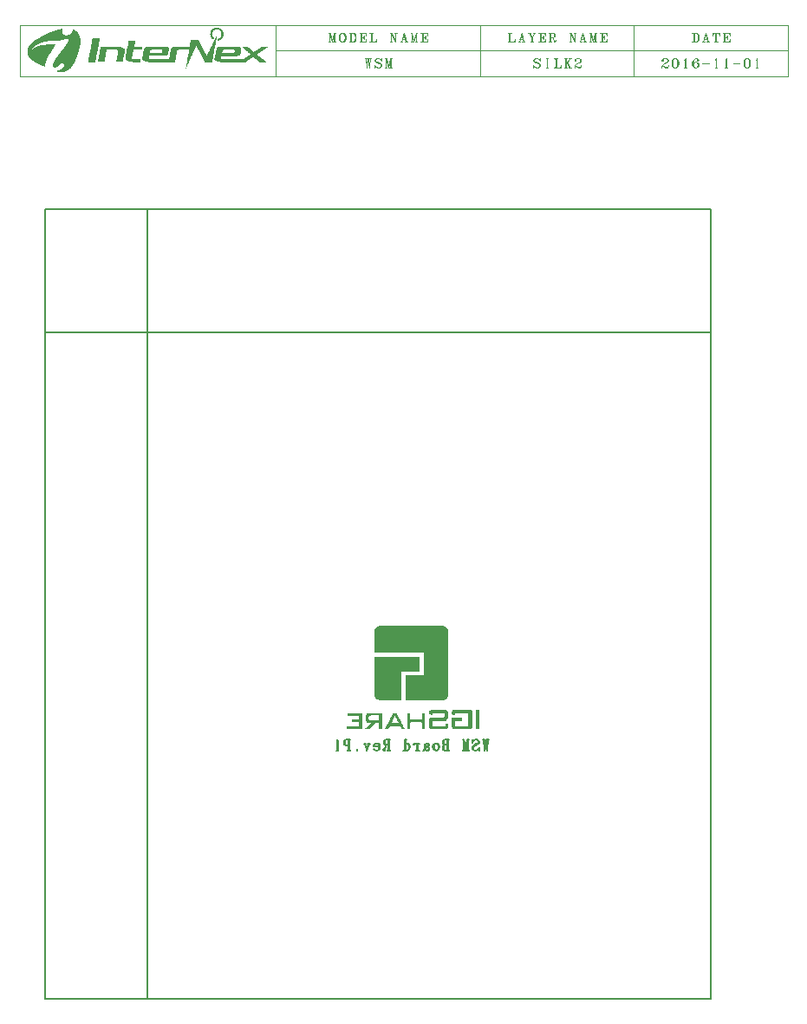
<source format=gbr>
%MOMM*%
%FSLAX33Y33*%
%ADD10C,0.200000*%
%ADD15C,0.100000*%
%ADD179C,0.160930*%
G90*G71*G01*D02*G54D10*X000000Y000000D02*X065000Y000000D01*X065000Y077000D01*
X000000Y077000D01*X000000Y000000D01*X065000Y065000D02*X010000Y065000D01*
X010000Y000000D01*X010000Y065000D02*X010000Y077000D01*X010000Y065000D02*
X000000Y065000D01*D02*G54D15*X022500Y095000D02*X-002500Y095000D01*
X-002500Y090000D01*X022500Y090000D01*X022500Y092500D02*X072500Y092500D01*
X042500Y095000D02*X042500Y090000D01*X022500Y095000D02*X072500Y095000D01*
X072500Y090000D02*X022500Y090000D01*X022500Y095000D02*X022500Y090000D01*
X072500Y095000D02*X072500Y090000D01*X057500Y095000D02*X057500Y090000D01*
X060221Y091568D02*X060221Y091523D01*X060266Y091523D01*X060266Y091568D01*
X060221Y091568D01*X060221Y091614D02*X060266Y091614D01*X060312Y091568D01*
X060312Y091523D01*X060266Y091477D01*X060221Y091477D01*X060175Y091523D01*
X060175Y091568D01*X060221Y091659D01*X060266Y091705D01*X060403Y091735D01*
X060591Y091735D01*X060728Y091705D01*X060773Y091659D01*X060825Y091568D01*
X060825Y091477D01*X060773Y091402D01*X060637Y091311D01*X060403Y091220D01*
X060312Y091174D01*X060221Y091083D01*X060175Y090962D01*X060175Y090826D01*
X060728Y091659D02*X060773Y091568D01*X060773Y091477D01*X060728Y091402D01*
X060591Y091735D02*X060682Y091705D01*X060728Y091568D01*X060728Y091477D01*
X060682Y091402D01*X060591Y091311D01*X060403Y091220D01*X060175Y090917D02*
X060221Y090962D01*X060312Y090962D01*X060539Y090917D01*X060728Y090917D01*
X060825Y090962D01*X060312Y090962D02*X060539Y090871D01*X060728Y090871D01*
X060773Y090917D01*X060312Y090962D02*X060539Y090826D01*X060728Y090826D01*
X060773Y090871D01*X060825Y090962D01*X060825Y091038D01*X061448Y091735D02*
X061312Y091705D01*X061221Y091568D01*X061175Y091356D01*X061175Y091220D01*
X061221Y091008D01*X061312Y090871D01*X061448Y090826D01*X061546Y090826D01*
X061682Y090871D01*X061773Y091008D01*X061825Y091220D01*X061825Y091356D01*
X061773Y091568D01*X061682Y091705D01*X061546Y091735D01*X061448Y091735D01*
X061312Y091659D02*X061266Y091568D01*X061221Y091402D01*X061221Y091174D01*
X061266Y091008D01*X061312Y090917D01*X061682Y090917D02*X061728Y091008D01*
X061773Y091174D01*X061773Y091402D01*X061728Y091568D01*X061682Y091659D01*
X061448Y091735D02*X061357Y091705D01*X061312Y091614D01*X061266Y091402D01*
X061266Y091174D01*X061312Y090962D01*X061357Y090871D01*X061448Y090826D01*
X061546Y090826D02*X061637Y090871D01*X061682Y090962D01*X061728Y091174D01*
X061728Y091402D01*X061682Y091614D01*X061637Y091705D01*X061546Y091735D01*
X062468Y091659D02*X062468Y090826D01*X062494Y091659D02*X062494Y090871D01*
X062513Y091735D02*X062513Y090826D01*X062513Y091735D02*X062448Y091614D01*
X062409Y091568D01*X062390Y090826D02*X062598Y090826D01*X062468Y090871D02*
X062429Y090826D01*X062468Y090917D02*X062448Y090826D01*X062513Y090917D02*
X062533Y090826D01*X062513Y090871D02*X062552Y090826D01*X063682Y091614D02*
X063682Y091568D01*X063728Y091568D01*X063728Y091614D01*X063682Y091614D01*
X063728Y091659D02*X063682Y091659D01*X063637Y091614D01*X063637Y091568D01*
X063682Y091523D01*X063728Y091523D01*X063773Y091568D01*X063773Y091614D01*
X063728Y091705D01*X063637Y091735D01*X063500Y091735D01*X063357Y091705D01*
X063266Y091614D01*X063221Y091523D01*X063175Y091356D01*X063175Y091083D01*
X063221Y090962D01*X063312Y090871D01*X063448Y090826D01*X063546Y090826D01*
X063682Y090871D01*X063773Y090962D01*X063825Y091083D01*X063825Y091129D01*
X063773Y091265D01*X063682Y091356D01*X063546Y091402D01*X063448Y091402D01*
X063357Y091356D01*X063312Y091311D01*X063266Y091220D01*X063312Y091614D02*
X063266Y091523D01*X063221Y091356D01*X063221Y091083D01*X063266Y090962D01*
X063312Y090917D01*X063728Y090962D02*X063773Y091038D01*X063773Y091174D01*
X063728Y091265D01*X063500Y091735D02*X063403Y091705D01*X063357Y091659D01*
X063312Y091568D01*X063266Y091402D01*X063266Y091083D01*X063312Y090962D01*
X063357Y090871D01*X063448Y090826D01*X063546Y090826D02*X063637Y090871D01*
X063682Y090917D01*X063728Y091038D01*X063728Y091174D01*X063682Y091311D01*
X063637Y091356D01*X063546Y091402D01*X064175Y091265D02*X064825Y091265D01*
X064825Y091220D01*X064175Y091265D02*X064175Y091220D01*X064825Y091220D01*
X065468Y091659D02*X065468Y090826D01*X065494Y091659D02*X065494Y090871D01*
X065513Y091735D02*X065513Y090826D01*X065513Y091735D02*X065448Y091614D01*
X065409Y091568D01*X065390Y090826D02*X065598Y090826D01*X065468Y090871D02*
X065429Y090826D01*X065468Y090917D02*X065448Y090826D01*X065513Y090917D02*
X065533Y090826D01*X065513Y090871D02*X065552Y090826D01*X066468Y091659D02*
X066468Y090826D01*X066494Y091659D02*X066494Y090871D01*X066513Y091735D02*
X066513Y090826D01*X066513Y091735D02*X066448Y091614D01*X066409Y091568D01*
X066390Y090826D02*X066598Y090826D01*X066468Y090871D02*X066429Y090826D01*
X066468Y090917D02*X066448Y090826D01*X066513Y090917D02*X066533Y090826D01*
X066513Y090871D02*X066552Y090826D01*X067175Y091265D02*X067825Y091265D01*
X067825Y091220D01*X067175Y091265D02*X067175Y091220D01*X067825Y091220D01*
X068448Y091735D02*X068312Y091705D01*X068221Y091568D01*X068175Y091356D01*
X068175Y091220D01*X068221Y091008D01*X068312Y090871D01*X068448Y090826D01*
X068546Y090826D01*X068682Y090871D01*X068773Y091008D01*X068825Y091220D01*
X068825Y091356D01*X068773Y091568D01*X068682Y091705D01*X068546Y091735D01*
X068448Y091735D01*X068312Y091659D02*X068266Y091568D01*X068221Y091402D01*
X068221Y091174D01*X068266Y091008D01*X068312Y090917D01*X068682Y090917D02*
X068728Y091008D01*X068773Y091174D01*X068773Y091402D01*X068728Y091568D01*
X068682Y091659D01*X068448Y091735D02*X068357Y091705D01*X068312Y091614D01*
X068266Y091402D01*X068266Y091174D01*X068312Y090962D01*X068357Y090871D01*
X068448Y090826D01*X068546Y090826D02*X068637Y090871D01*X068682Y090962D01*
X068728Y091174D01*X068728Y091402D01*X068682Y091614D01*X068637Y091705D01*
X068546Y091735D01*X069468Y091659D02*X069468Y090826D01*X069494Y091659D02*
X069494Y090871D01*X069513Y091735D02*X069513Y090826D01*X069513Y091735D02*
X069448Y091614D01*X069409Y091568D01*X069390Y090826D02*X069598Y090826D01*
X069468Y090871D02*X069429Y090826D01*X069468Y090917D02*X069448Y090826D01*
X069513Y090917D02*X069533Y090826D01*X069513Y090871D02*X069552Y090826D01*
X063286Y094235D02*X063286Y093326D01*X063325Y094205D02*X063325Y093371D01*
X063364Y094235D02*X063364Y093326D01*X063175Y094235D02*X063552Y094235D01*
X063669Y094205D01*X063747Y094114D01*X063786Y094023D01*X063825Y093902D01*
X063825Y093674D01*X063786Y093538D01*X063747Y093462D01*X063669Y093371D01*
X063552Y093326D01*X063175Y093326D01*X063708Y094114D02*X063747Y094023D01*
X063786Y093902D01*X063786Y093674D01*X063747Y093538D01*X063708Y093462D01*
X063552Y094235D02*X063630Y094205D01*X063708Y094068D01*X063747Y093902D01*
X063747Y093674D01*X063708Y093508D01*X063630Y093371D01*X063552Y093326D01*
X063208Y094235D02*X063286Y094205D01*X063247Y094235D02*X063286Y094159D01*
X063403Y094235D02*X063364Y094159D01*X063442Y094235D02*X063364Y094205D01*
X063286Y093371D02*X063208Y093326D01*X063286Y093417D02*X063247Y093326D01*
X063364Y093417D02*X063403Y093326D01*X063364Y093371D02*X063442Y093326D01*
X064500Y094235D02*X064247Y093371D01*X064461Y094114D02*X064676Y093326D01*
X064500Y094114D02*X064715Y093326D01*X064500Y094235D02*X064747Y093326D01*
X064318Y093583D02*X064643Y093583D01*X064175Y093326D02*X064390Y093326D01*
X064572Y093326D02*X064825Y093326D01*X064247Y093371D02*X064207Y093326D01*
X064247Y093371D02*X064318Y093326D01*X064676Y093371D02*X064604Y093326D01*
X064676Y093417D02*X064643Y093326D01*X064715Y093417D02*X064786Y093326D01*
X065175Y094235D02*X065175Y093977D01*X065454Y094235D02*X065454Y093326D01*
X065500Y094205D02*X065500Y093371D01*X065539Y094235D02*X065539Y093326D01*
X065825Y094235D02*X065825Y093977D01*X065175Y094235D02*X065825Y094235D01*
X065338Y093326D02*X065656Y093326D01*X065214Y094235D02*X065175Y093977D01*
X065253Y094235D02*X065175Y094114D01*X065292Y094235D02*X065175Y094159D01*
X065376Y094235D02*X065175Y094205D01*X065617Y094235D02*X065825Y094205D01*
X065702Y094235D02*X065825Y094159D01*X065741Y094235D02*X065825Y094114D01*
X065780Y094235D02*X065825Y093977D01*X065454Y093371D02*X065376Y093326D01*
X065454Y093417D02*X065415Y093326D01*X065539Y093417D02*X065578Y093326D01*
X065539Y093371D02*X065617Y093326D01*X066292Y094235D02*X066292Y093326D01*
X066331Y094205D02*X066331Y093371D01*X066377Y094235D02*X066377Y093326D01*
X066175Y094235D02*X066825Y094235D01*X066825Y093977D01*X066377Y093811D02*
X066617Y093811D01*X066617Y093977D02*X066617Y093629D01*X066175Y093326D02*
X066825Y093326D01*X066825Y093583D01*X066214Y094235D02*X066292Y094205D01*
X066253Y094235D02*X066292Y094159D01*X066416Y094235D02*X066377Y094159D01*
X066455Y094235D02*X066377Y094205D01*X066617Y094235D02*X066825Y094205D01*
X066702Y094235D02*X066825Y094159D01*X066741Y094235D02*X066825Y094114D01*
X066780Y094235D02*X066825Y093977D01*X066617Y093977D02*X066578Y093811D01*
X066617Y093629D01*X066617Y093902D02*X066539Y093811D01*X066617Y093720D01*
X066617Y093856D02*X066455Y093811D01*X066617Y093765D01*X066292Y093371D02*
X066214Y093326D01*X066292Y093417D02*X066253Y093326D01*X066377Y093417D02*
X066416Y093326D01*X066377Y093371D02*X066455Y093326D01*X066617Y093326D02*
X066825Y093371D01*X066702Y093326D02*X066825Y093417D01*X066741Y093326D02*
X066825Y093462D01*X066780Y093326D02*X066825Y093583D01*X045305Y094235D02*
X045305Y093326D01*X045344Y094205D02*X045344Y093371D01*X045390Y094235D02*
X045390Y093326D01*X045175Y094235D02*X045520Y094235D01*X045175Y093326D02*
X045825Y093326D01*X045825Y093583D01*X045214Y094235D02*X045305Y094205D01*
X045260Y094235D02*X045305Y094159D01*X045435Y094235D02*X045390Y094159D01*
X045474Y094235D02*X045390Y094205D01*X045305Y093371D02*X045214Y093326D01*
X045305Y093417D02*X045260Y093326D01*X045390Y093417D02*X045435Y093326D01*
X045390Y093371D02*X045474Y093326D01*X045604Y093326D02*X045825Y093371D01*
X045689Y093326D02*X045825Y093417D01*X045734Y093326D02*X045825Y093462D01*
X045780Y093326D02*X045825Y093583D01*X046500Y094235D02*X046247Y093371D01*
X046461Y094114D02*X046676Y093326D01*X046500Y094114D02*X046715Y093326D01*
X046500Y094235D02*X046747Y093326D01*X046318Y093583D02*X046643Y093583D01*
X046175Y093326D02*X046390Y093326D01*X046572Y093326D02*X046825Y093326D01*
X046247Y093371D02*X046208Y093326D01*X046247Y093371D02*X046318Y093326D01*
X046676Y093371D02*X046604Y093326D01*X046676Y093417D02*X046643Y093326D01*
X046715Y093417D02*X046786Y093326D01*X047240Y094235D02*X047461Y093765D01*
X047461Y093326D01*X047273Y094235D02*X047494Y093765D01*X047494Y093371D01*
X047299Y094235D02*X047533Y093765D01*X047533Y093326D01*X047721Y094205D02*
X047533Y093765D01*X047175Y094235D02*X047403Y094235D01*X047624Y094235D02*
X047825Y094235D01*X047370Y093326D02*X047624Y093326D01*X047208Y094235D02*
X047273Y094205D01*X047370Y094235D02*X047299Y094205D01*X047663Y094235D02*
X047721Y094205D01*X047786Y094235D02*X047721Y094205D01*X047461Y093371D02*
X047403Y093326D01*X047461Y093417D02*X047429Y093326D01*X047533Y093417D02*
X047559Y093326D01*X047533Y093371D02*X047591Y093326D01*X048292Y094235D02*
X048292Y093326D01*X048331Y094205D02*X048331Y093371D01*X048377Y094235D02*
X048377Y093326D01*X048175Y094235D02*X048825Y094235D01*X048825Y093977D01*
X048377Y093811D02*X048617Y093811D01*X048617Y093977D02*X048617Y093629D01*
X048175Y093326D02*X048825Y093326D01*X048825Y093583D01*X048214Y094235D02*
X048292Y094205D01*X048253Y094235D02*X048292Y094159D01*X048416Y094235D02*
X048377Y094159D01*X048455Y094235D02*X048377Y094205D01*X048617Y094235D02*
X048825Y094205D01*X048702Y094235D02*X048825Y094159D01*X048741Y094235D02*
X048825Y094114D01*X048780Y094235D02*X048825Y093977D01*X048617Y093977D02*
X048578Y093811D01*X048617Y093629D01*X048617Y093902D02*X048539Y093811D01*
X048617Y093720D01*X048617Y093856D02*X048455Y093811D01*X048617Y093765D01*
X048292Y093371D02*X048214Y093326D01*X048292Y093417D02*X048253Y093326D01*
X048377Y093417D02*X048416Y093326D01*X048377Y093371D02*X048455Y093326D01*
X048617Y093326D02*X048825Y093371D01*X048702Y093326D02*X048825Y093417D01*
X048741Y093326D02*X048825Y093462D01*X048780Y093326D02*X048825Y093583D01*
X049279Y094235D02*X049279Y093326D01*X049318Y094205D02*X049318Y093371D01*
X049351Y094235D02*X049351Y093326D01*X049175Y094235D02*X049604Y094235D01*
X049715Y094205D01*X049747Y094159D01*X049786Y094068D01*X049786Y093977D01*
X049747Y093902D01*X049715Y093856D01*X049604Y093811D01*X049351Y093811D01*
X049715Y094159D02*X049747Y094068D01*X049747Y093977D01*X049715Y093902D01*
X049604Y094235D02*X049676Y094205D01*X049715Y094114D01*X049715Y093932D01*
X049676Y093856D01*X049604Y093811D01*X049494Y093811D02*X049572Y093765D01*
X049604Y093674D01*X049676Y093417D01*X049715Y093326D01*X049786Y093326D01*
X049825Y093417D01*X049825Y093508D01*X049676Y093508D02*X049715Y093417D01*
X049747Y093371D01*X049786Y093371D01*X049572Y093765D02*X049604Y093720D01*
X049715Y093462D01*X049747Y093417D01*X049786Y093417D01*X049825Y093462D01*
X049175Y093326D02*X049461Y093326D01*X049208Y094235D02*X049279Y094205D01*
X049247Y094235D02*X049279Y094159D01*X049390Y094235D02*X049351Y094159D01*
X049422Y094235D02*X049351Y094205D01*X049279Y093371D02*X049208Y093326D01*
X049279Y093417D02*X049247Y093326D01*X049351Y093417D02*X049390Y093326D01*
X049351Y093371D02*X049422Y093326D01*X051266Y094235D02*X051266Y093371D01*
X051266Y094235D02*X051721Y093326D01*X051305Y094235D02*X051689Y093462D01*
X051331Y094235D02*X051721Y093462D01*X051721Y094205D02*X051721Y093326D01*
X051175Y094235D02*X051331Y094235D01*X051630Y094235D02*X051825Y094235D01*
X051175Y093326D02*X051364Y093326D01*X051201Y094235D02*X051266Y094205D01*
X051663Y094235D02*X051721Y094205D01*X051793Y094235D02*X051721Y094205D01*
X051266Y093371D02*X051201Y093326D01*X051266Y093371D02*X051331Y093326D01*
X052500Y094235D02*X052247Y093371D01*X052461Y094114D02*X052676Y093326D01*
X052500Y094114D02*X052715Y093326D01*X052500Y094235D02*X052747Y093326D01*
X052318Y093583D02*X052643Y093583D01*X052175Y093326D02*X052390Y093326D01*
X052572Y093326D02*X052825Y093326D01*X052247Y093371D02*X052208Y093326D01*
X052247Y093371D02*X052318Y093326D01*X052676Y093371D02*X052604Y093326D01*
X052676Y093417D02*X052643Y093326D01*X052715Y093417D02*X052786Y093326D01*
X053260Y094235D02*X053260Y093371D01*X053260Y094235D02*X053468Y093326D01*
X053292Y094235D02*X053468Y093462D01*X053318Y094235D02*X053494Y093462D01*
X053676Y094235D02*X053468Y093326D01*X053676Y094235D02*X053676Y093326D01*
X053702Y094205D02*X053702Y093371D01*X053734Y094235D02*X053734Y093326D01*
X053175Y094235D02*X053318Y094235D01*X053676Y094235D02*X053825Y094235D01*
X053175Y093326D02*X053351Y093326D01*X053585Y093326D02*X053825Y093326D01*
X053201Y094235D02*X053260Y094205D01*X053760Y094235D02*X053734Y094159D01*
X053793Y094235D02*X053734Y094205D01*X053260Y093371D02*X053201Y093326D01*
X053260Y093371D02*X053318Y093326D01*X053676Y093371D02*X053617Y093326D01*
X053676Y093417D02*X053643Y093326D01*X053734Y093417D02*X053760Y093326D01*
X053734Y093371D02*X053793Y093326D01*X054292Y094235D02*X054292Y093326D01*
X054331Y094205D02*X054331Y093371D01*X054377Y094235D02*X054377Y093326D01*
X054175Y094235D02*X054825Y094235D01*X054825Y093977D01*X054377Y093811D02*
X054617Y093811D01*X054617Y093977D02*X054617Y093629D01*X054175Y093326D02*
X054825Y093326D01*X054825Y093583D01*X054214Y094235D02*X054292Y094205D01*
X054253Y094235D02*X054292Y094159D01*X054416Y094235D02*X054377Y094159D01*
X054455Y094235D02*X054377Y094205D01*X054617Y094235D02*X054825Y094205D01*
X054702Y094235D02*X054825Y094159D01*X054741Y094235D02*X054825Y094114D01*
X054780Y094235D02*X054825Y093977D01*X054617Y093977D02*X054578Y093811D01*
X054617Y093629D01*X054617Y093902D02*X054539Y093811D01*X054617Y093720D01*
X054617Y093856D02*X054455Y093811D01*X054617Y093765D01*X054292Y093371D02*
X054214Y093326D01*X054292Y093417D02*X054253Y093326D01*X054377Y093417D02*
X054416Y093326D01*X054377Y093371D02*X054455Y093326D01*X054617Y093326D02*
X054825Y093371D01*X054702Y093326D02*X054825Y093417D01*X054741Y093326D02*
X054825Y093462D01*X054780Y093326D02*X054825Y093583D01*X027760Y094235D02*
X027760Y093371D01*X027760Y094235D02*X027968Y093326D01*X027792Y094235D02*
X027968Y093462D01*X027818Y094235D02*X027994Y093462D01*X028176Y094235D02*
X027968Y093326D01*X028176Y094235D02*X028176Y093326D01*X028202Y094205D02*
X028202Y093371D01*X028234Y094235D02*X028234Y093326D01*X027675Y094235D02*
X027818Y094235D01*X028176Y094235D02*X028325Y094235D01*X027675Y093326D02*
X027851Y093326D01*X028085Y093326D02*X028325Y093326D01*X027701Y094235D02*
X027760Y094205D01*X028260Y094235D02*X028234Y094159D01*X028293Y094235D02*
X028234Y094205D01*X027760Y093371D02*X027701Y093326D01*X027760Y093371D02*
X027818Y093326D01*X028176Y093371D02*X028117Y093326D01*X028176Y093417D02*
X028143Y093326D01*X028234Y093417D02*X028260Y093326D01*X028234Y093371D02*
X028293Y093326D01*X028955Y094235D02*X028838Y094205D01*X028753Y094114D01*
X028714Y094023D01*X028675Y093856D01*X028675Y093720D01*X028714Y093538D01*
X028753Y093462D01*X028838Y093371D01*X028955Y093326D01*X029039Y093326D01*
X029163Y093371D01*X029241Y093462D01*X029280Y093538D01*X029325Y093720D01*
X029325Y093856D01*X029280Y094023D01*X029241Y094114D01*X029163Y094205D01*
X029039Y094235D01*X028955Y094235D01*X028792Y094114D02*X028753Y094023D01*
X028714Y093902D01*X028714Y093674D01*X028753Y093538D01*X028792Y093462D01*
X029202Y093462D02*X029241Y093538D01*X029280Y093674D01*X029280Y093902D01*
X029241Y094023D01*X029202Y094114D01*X028955Y094235D02*X028877Y094205D01*
X028792Y094068D01*X028753Y093902D01*X028753Y093674D01*X028792Y093508D01*
X028877Y093371D01*X028955Y093326D01*X029039Y093326D02*X029117Y093371D01*
X029202Y093508D01*X029241Y093674D01*X029241Y093902D01*X029202Y094068D01*
X029117Y094205D01*X029039Y094235D01*X029786Y094235D02*X029786Y093326D01*
X029825Y094205D02*X029825Y093371D01*X029864Y094235D02*X029864Y093326D01*
X029675Y094235D02*X030052Y094235D01*X030169Y094205D01*X030247Y094114D01*
X030286Y094023D01*X030325Y093902D01*X030325Y093674D01*X030286Y093538D01*
X030247Y093462D01*X030169Y093371D01*X030052Y093326D01*X029675Y093326D01*
X030208Y094114D02*X030247Y094023D01*X030286Y093902D01*X030286Y093674D01*
X030247Y093538D01*X030208Y093462D01*X030052Y094235D02*X030130Y094205D01*
X030208Y094068D01*X030247Y093902D01*X030247Y093674D01*X030208Y093508D01*
X030130Y093371D01*X030052Y093326D01*X029708Y094235D02*X029786Y094205D01*
X029747Y094235D02*X029786Y094159D01*X029903Y094235D02*X029864Y094159D01*
X029942Y094235D02*X029864Y094205D01*X029786Y093371D02*X029708Y093326D01*
X029786Y093417D02*X029747Y093326D01*X029864Y093417D02*X029903Y093326D01*
X029864Y093371D02*X029942Y093326D01*X030792Y094235D02*X030792Y093326D01*
X030831Y094205D02*X030831Y093371D01*X030877Y094235D02*X030877Y093326D01*
X030675Y094235D02*X031325Y094235D01*X031325Y093977D01*X030877Y093811D02*
X031117Y093811D01*X031117Y093977D02*X031117Y093629D01*X030675Y093326D02*
X031325Y093326D01*X031325Y093583D01*X030714Y094235D02*X030792Y094205D01*
X030753Y094235D02*X030792Y094159D01*X030916Y094235D02*X030877Y094159D01*
X030955Y094235D02*X030877Y094205D01*X031117Y094235D02*X031325Y094205D01*
X031202Y094235D02*X031325Y094159D01*X031241Y094235D02*X031325Y094114D01*
X031280Y094235D02*X031325Y093977D01*X031117Y093977D02*X031078Y093811D01*
X031117Y093629D01*X031117Y093902D02*X031039Y093811D01*X031117Y093720D01*
X031117Y093856D02*X030955Y093811D01*X031117Y093765D01*X030792Y093371D02*
X030714Y093326D01*X030792Y093417D02*X030753Y093326D01*X030877Y093417D02*
X030916Y093326D01*X030877Y093371D02*X030955Y093326D01*X031117Y093326D02*
X031325Y093371D01*X031202Y093326D02*X031325Y093417D01*X031241Y093326D02*
X031325Y093462D01*X031280Y093326D02*X031325Y093583D01*X031805Y094235D02*
X031805Y093326D01*X031844Y094205D02*X031844Y093371D01*X031890Y094235D02*
X031890Y093326D01*X031675Y094235D02*X032020Y094235D01*X031675Y093326D02*
X032325Y093326D01*X032325Y093583D01*X031714Y094235D02*X031805Y094205D01*
X031760Y094235D02*X031805Y094159D01*X031935Y094235D02*X031890Y094159D01*
X031974Y094235D02*X031890Y094205D01*X031805Y093371D02*X031714Y093326D01*
X031805Y093417D02*X031760Y093326D01*X031890Y093417D02*X031935Y093326D01*
X031890Y093371D02*X031974Y093326D01*X032104Y093326D02*X032325Y093371D01*
X032188Y093326D02*X032325Y093417D01*X032234Y093326D02*X032325Y093462D01*
X032280Y093326D02*X032325Y093583D01*X033766Y094235D02*X033766Y093371D01*
X033766Y094235D02*X034221Y093326D01*X033805Y094235D02*X034189Y093462D01*
X033831Y094235D02*X034221Y093462D01*X034221Y094205D02*X034221Y093326D01*
X033675Y094235D02*X033831Y094235D01*X034130Y094235D02*X034325Y094235D01*
X033675Y093326D02*X033864Y093326D01*X033701Y094235D02*X033766Y094205D01*
X034163Y094235D02*X034221Y094205D01*X034293Y094235D02*X034221Y094205D01*
X033766Y093371D02*X033701Y093326D01*X033766Y093371D02*X033831Y093326D01*
X035000Y094235D02*X034747Y093371D01*X034961Y094114D02*X035176Y093326D01*
X035000Y094114D02*X035215Y093326D01*X035000Y094235D02*X035247Y093326D01*
X034818Y093583D02*X035143Y093583D01*X034675Y093326D02*X034890Y093326D01*
X035072Y093326D02*X035325Y093326D01*X034747Y093371D02*X034708Y093326D01*
X034747Y093371D02*X034818Y093326D01*X035176Y093371D02*X035104Y093326D01*
X035176Y093417D02*X035143Y093326D01*X035215Y093417D02*X035286Y093326D01*
X035760Y094235D02*X035760Y093371D01*X035760Y094235D02*X035968Y093326D01*
X035792Y094235D02*X035968Y093462D01*X035818Y094235D02*X035994Y093462D01*
X036176Y094235D02*X035968Y093326D01*X036176Y094235D02*X036176Y093326D01*
X036202Y094205D02*X036202Y093371D01*X036234Y094235D02*X036234Y093326D01*
X035675Y094235D02*X035818Y094235D01*X036176Y094235D02*X036325Y094235D01*
X035675Y093326D02*X035851Y093326D01*X036085Y093326D02*X036325Y093326D01*
X035701Y094235D02*X035760Y094205D01*X036260Y094235D02*X036234Y094159D01*
X036293Y094235D02*X036234Y094205D01*X035760Y093371D02*X035701Y093326D01*
X035760Y093371D02*X035818Y093326D01*X036176Y093371D02*X036117Y093326D01*
X036176Y093417D02*X036143Y093326D01*X036234Y093417D02*X036260Y093326D01*
X036234Y093371D02*X036293Y093326D01*X036792Y094235D02*X036792Y093326D01*
X036831Y094205D02*X036831Y093371D01*X036877Y094235D02*X036877Y093326D01*
X036675Y094235D02*X037325Y094235D01*X037325Y093977D01*X036877Y093811D02*
X037117Y093811D01*X037117Y093977D02*X037117Y093629D01*X036675Y093326D02*
X037325Y093326D01*X037325Y093583D01*X036714Y094235D02*X036792Y094205D01*
X036753Y094235D02*X036792Y094159D01*X036916Y094235D02*X036877Y094159D01*
X036955Y094235D02*X036877Y094205D01*X037117Y094235D02*X037325Y094205D01*
X037202Y094235D02*X037325Y094159D01*X037241Y094235D02*X037325Y094114D01*
X037280Y094235D02*X037325Y093977D01*X037117Y093977D02*X037078Y093811D01*
X037117Y093629D01*X037117Y093902D02*X037039Y093811D01*X037117Y093720D01*
X037117Y093856D02*X036955Y093811D01*X037117Y093765D01*X036792Y093371D02*
X036714Y093326D01*X036792Y093417D02*X036753Y093326D01*X036877Y093417D02*
X036916Y093326D01*X036877Y093371D02*X036955Y093326D01*X037117Y093326D02*
X037325Y093371D01*X037202Y093326D02*X037325Y093417D01*X037241Y093326D02*
X037325Y093462D01*X037280Y093326D02*X037325Y093583D01*X031260Y091735D02*
X031377Y090826D01*X031292Y091735D02*X031377Y091038D01*X031377Y090826D01*
X031318Y091735D02*X031409Y091038D01*X031500Y091735D02*X031409Y091038D01*
X031377Y090826D01*X031500Y091735D02*X031617Y090826D01*X031526Y091735D02*
X031617Y091038D01*X031617Y090826D01*X031559Y091735D02*X031643Y091038D01*
X031734Y091705D02*X031643Y091038D01*X031617Y090826D01*X031175Y091735D02*
X031409Y091735D01*X031500Y091735D02*X031559Y091735D01*X031643Y091735D02*
X031825Y091735D01*X031201Y091735D02*X031292Y091705D01*X031234Y091735D02*
X031292Y091659D01*X031351Y091735D02*X031318Y091659D01*X031377Y091735D02*
X031318Y091705D01*X031676Y091735D02*X031734Y091705D01*X031793Y091735D02*
X031734Y091705D01*X032773Y091614D02*X032825Y091735D01*X032825Y091477D01*
X032773Y091614D01*X032682Y091705D01*X032539Y091735D01*X032403Y091735D01*
X032266Y091705D01*X032175Y091614D01*X032175Y091477D01*X032221Y091402D01*
X032357Y091311D01*X032636Y091220D01*X032728Y091174D01*X032773Y091083D01*
X032773Y090962D01*X032728Y090871D01*X032221Y091477D02*X032266Y091402D01*
X032357Y091356D01*X032636Y091265D01*X032728Y091220D01*X032773Y091129D01*
X032266Y091705D02*X032221Y091614D01*X032221Y091523D01*X032266Y091432D01*
X032357Y091402D01*X032636Y091311D01*X032773Y091220D01*X032825Y091129D01*
X032825Y091008D01*X032773Y090917D01*X032728Y090871D01*X032591Y090826D01*
X032448Y090826D01*X032312Y090871D01*X032221Y090962D01*X032175Y091083D01*
X032175Y090826D01*X032221Y090962D01*X033260Y091735D02*X033260Y090871D01*
X033260Y091735D02*X033468Y090826D01*X033292Y091735D02*X033468Y090962D01*
X033318Y091735D02*X033494Y090962D01*X033676Y091735D02*X033468Y090826D01*
X033676Y091735D02*X033676Y090826D01*X033702Y091705D02*X033702Y090871D01*
X033734Y091735D02*X033734Y090826D01*X033175Y091735D02*X033318Y091735D01*
X033676Y091735D02*X033825Y091735D01*X033175Y090826D02*X033351Y090826D01*
X033585Y090826D02*X033825Y090826D01*X033201Y091735D02*X033260Y091705D01*
X033760Y091735D02*X033734Y091659D01*X033793Y091735D02*X033734Y091705D01*
X033260Y090871D02*X033201Y090826D01*X033260Y090871D02*X033318Y090826D01*
X033676Y090871D02*X033617Y090826D01*X033676Y090917D02*X033643Y090826D01*
X033734Y090917D02*X033760Y090826D01*X033734Y090871D02*X033793Y090826D01*
X048273Y091614D02*X048325Y091735D01*X048325Y091477D01*X048273Y091614D01*
X048182Y091705D01*X048039Y091735D01*X047903Y091735D01*X047766Y091705D01*
X047675Y091614D01*X047675Y091477D01*X047721Y091402D01*X047857Y091311D01*
X048137Y091220D01*X048228Y091174D01*X048273Y091083D01*X048273Y090962D01*
X048228Y090871D01*X047721Y091477D02*X047766Y091402D01*X047857Y091356D01*
X048137Y091265D01*X048228Y091220D01*X048273Y091129D01*X047766Y091705D02*
X047721Y091614D01*X047721Y091523D01*X047766Y091432D01*X047857Y091402D01*
X048137Y091311D01*X048273Y091220D01*X048325Y091129D01*X048325Y091008D01*
X048273Y090917D01*X048228Y090871D01*X048091Y090826D01*X047948Y090826D01*
X047812Y090871D01*X047721Y090962D01*X047675Y091083D01*X047675Y090826D01*
X047721Y090962D01*X048974Y091735D02*X048974Y090826D01*X048994Y091705D02*
X048994Y090871D01*X049020Y091735D02*X049020Y090826D01*X048916Y091735D02*
X049078Y091735D01*X048916Y090826D02*X049078Y090826D01*X048935Y091735D02*
X048974Y091705D01*X048955Y091735D02*X048974Y091659D01*X049039Y091735D02*
X049020Y091659D01*X049059Y091735D02*X049020Y091705D01*X048974Y090871D02*
X048935Y090826D01*X048974Y090917D02*X048955Y090826D01*X049020Y090917D02*
X049039Y090826D01*X049020Y090871D02*X049059Y090826D01*X049805Y091735D02*
X049805Y090826D01*X049844Y091705D02*X049844Y090871D01*X049890Y091735D02*
X049890Y090826D01*X049675Y091735D02*X050020Y091735D01*X049675Y090826D02*
X050325Y090826D01*X050325Y091083D01*X049714Y091735D02*X049805Y091705D01*
X049760Y091735D02*X049805Y091659D01*X049935Y091735D02*X049890Y091659D01*
X049974Y091735D02*X049890Y091705D01*X049805Y090871D02*X049714Y090826D01*
X049805Y090917D02*X049760Y090826D01*X049890Y090917D02*X049935Y090826D01*
X049890Y090871D02*X049974Y090826D01*X050104Y090826D02*X050325Y090871D01*
X050189Y090826D02*X050325Y090917D01*X050234Y090826D02*X050325Y090962D01*
X050280Y090826D02*X050325Y091083D01*X050773Y091735D02*X050773Y090826D01*
X050812Y091705D02*X050812Y090871D01*X050844Y091735D02*X050844Y090826D01*
X051221Y091705D02*X050844Y091220D01*X050948Y091311D02*X051182Y090826D01*
X050981Y091311D02*X051221Y090826D01*X050981Y091402D02*X051254Y090826D01*
X050675Y091735D02*X050948Y091735D01*X051117Y091735D02*X051325Y091735D01*
X050675Y090826D02*X050948Y090826D01*X051085Y090826D02*X051325Y090826D01*
X050708Y091735D02*X050773Y091705D01*X050740Y091735D02*X050773Y091659D01*
X050877Y091735D02*X050844Y091659D01*X050909Y091735D02*X050844Y091705D01*
X051182Y091735D02*X051221Y091705D01*X051286Y091735D02*X051221Y091705D01*
X050773Y090871D02*X050708Y090826D01*X050773Y090917D02*X050740Y090826D01*
X050844Y090917D02*X050877Y090826D01*X050844Y090871D02*X050909Y090826D01*
X051182Y090917D02*X051117Y090826D01*X051182Y090917D02*X051286Y090826D01*
X051721Y091568D02*X051721Y091523D01*X051766Y091523D01*X051766Y091568D01*
X051721Y091568D01*X051721Y091614D02*X051766Y091614D01*X051812Y091568D01*
X051812Y091523D01*X051766Y091477D01*X051721Y091477D01*X051675Y091523D01*
X051675Y091568D01*X051721Y091659D01*X051766Y091705D01*X051903Y091735D01*
X052091Y091735D01*X052228Y091705D01*X052273Y091659D01*X052325Y091568D01*
X052325Y091477D01*X052273Y091402D01*X052137Y091311D01*X051903Y091220D01*
X051812Y091174D01*X051721Y091083D01*X051675Y090962D01*X051675Y090826D01*
X052228Y091659D02*X052273Y091568D01*X052273Y091477D01*X052228Y091402D01*
X052091Y091735D02*X052182Y091705D01*X052228Y091568D01*X052228Y091477D01*
X052182Y091402D01*X052091Y091311D01*X051903Y091220D01*X051675Y090917D02*
X051721Y090962D01*X051812Y090962D01*X052039Y090917D01*X052228Y090917D01*
X052325Y090962D01*X051812Y090962D02*X052039Y090871D01*X052228Y090871D01*
X052273Y090917D01*X051812Y090962D02*X052039Y090826D01*X052228Y090826D01*
X052273Y090871D01*X052325Y090962D01*X052325Y091038D01*X000000Y000000D02*D02*
G54D179*X043236Y025276D02*X043123Y024179D01*X043204Y025276D02*X043123Y024435D01*
X043123Y024179D01*X043179Y025276D02*X043091Y024435D01*X043003Y025276D02*
X043091Y024435D01*X043123Y024179D01*X043003Y025276D02*X042890Y024179D01*
X042978Y025276D02*X042890Y024435D01*X042890Y024179D01*X042947Y025276D02*
X042865Y024435D01*X042777Y025239D02*X042865Y024435D01*X042890Y024179D01*
X043317Y025276D02*X043091Y025276D01*X043003Y025276D02*X042947Y025276D01*
X042865Y025276D02*X042690Y025276D01*X043292Y025276D02*X043204Y025239D01*
X043261Y025276D02*X043204Y025184D01*X043148Y025276D02*X043179Y025184D01*
X043123Y025276D02*X043179Y025239D01*X042834Y025276D02*X042777Y025239D01*
X042721Y025276D02*X042777Y025239D01*X041774Y025130D02*X041724Y025276D01*
X041724Y024965D01*X041774Y025130D01*X041862Y025239D01*X042000Y025276D01*
X042132Y025276D01*X042264Y025239D01*X042352Y025130D01*X042352Y024965D01*
X042308Y024874D01*X042176Y024764D01*X041906Y024654D01*X041818Y024599D01*
X041774Y024490D01*X041774Y024343D01*X041818Y024233D01*X042308Y024965D02*
X042264Y024874D01*X042176Y024819D01*X041906Y024709D01*X041818Y024654D01*
X041774Y024544D01*X042264Y025239D02*X042308Y025130D01*X042308Y025020D01*
X042264Y024910D01*X042176Y024874D01*X041906Y024764D01*X041774Y024654D01*
X041724Y024544D01*X041724Y024398D01*X041774Y024288D01*X041818Y024233D01*
X041950Y024179D01*X042088Y024179D01*X042220Y024233D01*X042308Y024343D01*
X042352Y024490D01*X042352Y024179D01*X042308Y024343D01*X041304Y025276D02*
X041304Y024233D01*X041304Y025276D02*X041104Y024179D01*X041273Y025276D02*
X041104Y024343D01*X041248Y025276D02*X041079Y024343D01*X040903Y025276D02*
X041104Y024179D01*X040903Y025276D02*X040903Y024179D01*X040878Y025239D02*
X040878Y024233D01*X040846Y025276D02*X040846Y024179D01*X041386Y025276D02*
X041248Y025276D01*X040903Y025276D02*X040758Y025276D01*X041386Y024179D02*
X041217Y024179D01*X040991Y024179D02*X040758Y024179D01*X041361Y025276D02*
X041304Y025239D01*X040821Y025276D02*X040846Y025184D01*X040790Y025276D02*
X040846Y025239D01*X041304Y024233D02*X041361Y024179D01*X041304Y024233D02*
X041248Y024179D01*X040903Y024233D02*X040959Y024179D01*X040903Y024288D02*
X040934Y024179D01*X040846Y024288D02*X040821Y024179D01*X040846Y024233D02*
X040790Y024179D01*X039348Y025276D02*X039348Y024179D01*X039311Y025239D02*
X039311Y024233D01*X039273Y025276D02*X039273Y024179D01*X039455Y025276D02*
X039016Y025276D01*X038903Y025239D01*X038871Y025184D01*X038827Y025075D01*
X038827Y024965D01*X038871Y024874D01*X038903Y024819D01*X039016Y024764D01*
X038903Y025184D02*X038871Y025075D01*X038871Y024965D01*X038903Y024874D01*
X039016Y025276D02*X038940Y025239D01*X038903Y025130D01*X038903Y024910D01*
X038940Y024819D01*X039016Y024764D01*X039273Y024764D02*X039016Y024764D01*
X038903Y024709D01*X038871Y024654D01*X038827Y024544D01*X038827Y024398D01*
X038871Y024288D01*X038903Y024233D01*X039016Y024179D01*X039455Y024179D01*
X038903Y024654D02*X038871Y024544D01*X038871Y024398D01*X038903Y024288D01*
X039016Y024764D02*X038940Y024709D01*X038903Y024599D01*X038903Y024343D01*
X038940Y024233D01*X039016Y024179D01*X039424Y025276D02*X039348Y025239D01*
X039386Y025276D02*X039348Y025184D01*X039235Y025276D02*X039273Y025184D01*
X039198Y025276D02*X039273Y025239D01*X039348Y024233D02*X039424Y024179D01*
X039348Y024288D02*X039386Y024179D01*X039273Y024288D02*X039235Y024179D01*
X039273Y024233D02*X039198Y024179D01*X038226Y024910D02*X038358Y024874D01*
X038445Y024764D01*X038489Y024599D01*X038489Y024490D01*X038445Y024343D01*
X038358Y024233D01*X038226Y024179D01*X038132Y024179D01*X038000Y024233D01*
X037912Y024343D01*X037862Y024490D01*X037862Y024599D01*X037912Y024764D01*
X038000Y024874D01*X038132Y024910D01*X038226Y024910D01*X038401Y024764D02*
X038445Y024654D01*X038445Y024435D01*X038401Y024343D01*X037956Y024343D02*
X037912Y024435D01*X037912Y024654D01*X037956Y024764D01*X038226Y024910D02*
X038314Y024874D01*X038358Y024819D01*X038401Y024654D01*X038401Y024435D01*
X038358Y024288D01*X038314Y024233D01*X038226Y024179D01*X038132Y024179D02*
X038044Y024233D01*X038000Y024288D01*X037956Y024435D01*X037956Y024654D01*
X038000Y024819D01*X038044Y024874D01*X038132Y024910D01*X037442Y024764D02*
X037442Y024819D01*X037405Y024819D01*X037405Y024709D01*X037486Y024709D01*
X037486Y024819D01*X037442Y024874D01*X037361Y024910D01*X037191Y024910D01*
X037110Y024874D01*X037066Y024819D01*X037028Y024709D01*X037028Y024343D01*
X036984Y024233D01*X036940Y024179D01*X037110Y024819D02*X037066Y024709D01*
X037066Y024343D01*X037028Y024233D01*X037191Y024910D02*X037147Y024874D01*
X037110Y024764D01*X037110Y024343D01*X037066Y024233D01*X036940Y024179D01*
X036896Y024179D01*X037110Y024654D02*X037147Y024599D01*X037361Y024544D01*
X037486Y024490D01*X037524Y024398D01*X037524Y024343D01*X037486Y024233D01*
X037361Y024179D01*X037235Y024179D01*X037147Y024233D01*X037110Y024343D01*
X037442Y024490D02*X037486Y024398D01*X037486Y024343D01*X037442Y024233D01*
X037147Y024599D02*X037317Y024544D01*X037405Y024490D01*X037442Y024398D01*
X037442Y024343D01*X037405Y024233D01*X037361Y024179D01*X036420Y024910D02*
X036420Y024179D01*X036370Y024874D02*X036370Y024233D01*X036558Y024910D02*
X036320Y024910D01*X036320Y024179D01*X035981Y024819D02*X035981Y024874D01*
X036031Y024874D01*X036031Y024764D01*X035931Y024764D01*X035931Y024874D01*
X035981Y024910D01*X036081Y024910D01*X036175Y024874D01*X036269Y024764D01*
X036320Y024599D01*X036558Y024179D02*X036175Y024179D01*X036514Y024910D02*
X036420Y024874D01*X036464Y024910D02*X036420Y024819D01*X036420Y024233D02*
X036514Y024179D01*X036420Y024288D02*X036464Y024179D01*X036320Y024288D02*
X036269Y024179D01*X036320Y024233D02*X036226Y024179D01*X035166Y025276D02*
X035166Y024179D01*X034965Y024179D01*X035122Y025239D02*X035122Y024233D01*
X035279Y025276D02*X035084Y025276D01*X035084Y024179D01*X035166Y024764D02*
X035203Y024855D01*X035279Y024910D01*X035360Y024910D01*X035480Y024855D01*
X035555Y024764D01*X035593Y024599D01*X035593Y024490D01*X035555Y024343D01*
X035480Y024233D01*X035360Y024179D01*X035279Y024179D01*X035203Y024233D01*
X035166Y024343D01*X035517Y024764D02*X035555Y024654D01*X035555Y024435D01*
X035517Y024343D01*X035360Y024910D02*X035436Y024855D01*X035480Y024819D01*
X035517Y024654D01*X035517Y024435D01*X035480Y024288D01*X035436Y024233D01*
X035360Y024179D01*X035241Y025276D02*X035166Y025239D01*X035203Y025276D02*
X035166Y025184D01*X035084Y024288D02*X035047Y024179D01*X035084Y024233D02*
X035009Y024179D01*X033561Y025276D02*X033561Y024179D01*X033523Y025239D02*
X033523Y024233D01*X033492Y025276D02*X033492Y024179D01*X033661Y025276D02*
X033247Y025276D01*X033141Y025239D01*X033109Y025184D01*X033071Y025075D01*
X033071Y024965D01*X033109Y024874D01*X033141Y024819D01*X033247Y024764D01*
X033492Y024764D01*X033141Y025184D02*X033109Y025075D01*X033109Y024965D01*
X033141Y024874D01*X033247Y025276D02*X033178Y025239D01*X033141Y025130D01*
X033141Y024910D01*X033178Y024819D01*X033247Y024764D01*X033354Y024764D02*
X033279Y024709D01*X033247Y024599D01*X033178Y024288D01*X033141Y024179D01*
X033071Y024179D01*X033034Y024288D01*X033034Y024398D01*X033178Y024398D02*
X033141Y024288D01*X033109Y024233D01*X033071Y024233D01*X033279Y024709D02*
X033247Y024654D01*X033141Y024343D01*X033109Y024288D01*X033071Y024288D01*
X033034Y024343D01*X033661Y024179D02*X033385Y024179D01*X033630Y025276D02*
X033561Y025239D01*X033592Y025276D02*X033561Y025184D01*X033454Y025276D02*
X033492Y025184D01*X033423Y025276D02*X033492Y025239D01*X033561Y024233D02*
X033630Y024179D01*X033561Y024288D02*X033592Y024179D01*X033492Y024288D02*
X033454Y024179D01*X033492Y024233D02*X033423Y024179D01*X032602Y024599D02*
X032068Y024599D01*X032068Y024709D01*X032118Y024819D01*X032169Y024874D01*
X032313Y024910D01*X032407Y024910D01*X032558Y024874D01*X032652Y024764D01*
X032696Y024599D01*X032696Y024490D01*X032652Y024343D01*X032558Y024233D01*
X032407Y024179D01*X032313Y024179D01*X032169Y024233D01*X032068Y024343D01*
X032118Y024654D02*X032118Y024709D01*X032169Y024819D01*X032602Y024764D02*
X032652Y024654D01*X032652Y024435D01*X032602Y024343D01*X032169Y024599D02*
X032169Y024764D01*X032213Y024874D01*X032313Y024910D01*X032407Y024910D02*
X032508Y024874D01*X032558Y024819D01*X032602Y024654D01*X032602Y024435D01*
X032558Y024288D01*X032508Y024233D01*X032407Y024179D01*X031655Y024910D02*
X031423Y024179D01*X031617Y024910D02*X031423Y024288D01*X031580Y024910D02*
X031379Y024288D01*X031184Y024874D02*X031379Y024288D01*X031423Y024179D01*
X031730Y024910D02*X031460Y024910D01*X031341Y024910D02*X031103Y024910D01*
X031693Y024910D02*X031580Y024819D01*X031498Y024910D02*X031580Y024874D01*
X031266Y024910D02*X031184Y024874D01*X031147Y024910D02*X031184Y024874D01*
X030463Y024343D02*X030482Y024288D01*X030482Y024233D01*X030463Y024179D01*
X030445Y024179D01*X030426Y024233D01*X030426Y024288D01*X030445Y024343D01*
X030463Y024343D01*X030463Y024288D02*X030463Y024233D01*X030445Y024233D01*
X030445Y024288D01*X030463Y024288D01*X029692Y025276D02*X029692Y024179D01*
X029655Y025239D02*X029655Y024233D01*X029617Y025276D02*X029617Y024179D01*
X029799Y025276D02*X029360Y025276D01*X029247Y025239D01*X029215Y025184D01*
X029171Y025075D01*X029171Y024910D01*X029215Y024819D01*X029247Y024764D01*
X029360Y024709D01*X029617Y024709D01*X029247Y025184D02*X029215Y025075D01*
X029215Y024910D01*X029247Y024819D01*X029360Y025276D02*X029284Y025239D01*
X029247Y025130D01*X029247Y024874D01*X029284Y024764D01*X029360Y024709D01*
X029799Y024179D02*X029504Y024179D01*X029768Y025276D02*X029692Y025239D01*
X029730Y025276D02*X029692Y025184D01*X029579Y025276D02*X029617Y025184D01*
X029542Y025276D02*X029617Y025239D01*X029692Y024233D02*X029768Y024179D01*
X029692Y024288D02*X029730Y024179D01*X029617Y024288D02*X029579Y024179D01*
X029617Y024233D02*X029542Y024179D01*X028551Y025184D02*X028551Y024179D01*
X028526Y025184D02*X028526Y024233D01*X028507Y025276D02*X028507Y024179D01*
X028507Y025276D02*X028570Y025130D01*X028608Y025075D01*X028626Y024179D02*
X028426Y024179D01*X028551Y024233D02*X028589Y024179D01*X028551Y024288D02*
X028570Y024179D01*X028507Y024288D02*X028488Y024179D01*X028507Y024233D02*
X028470Y024179D01*
G36*X032141Y033743D02*X032141Y035755D01*X032153Y035872D01*X032187Y035986D01*
X032242Y036090D01*X032318Y036181D01*X032409Y036257D01*X032513Y036312D01*
X032626Y036346D01*X032744Y036358D01*X038779Y036358D01*X038897Y036346D01*
X039010Y036312D01*X039114Y036257D01*X039206Y036181D01*X039281Y036090D01*
X039336Y035986D01*X039370Y035872D01*X039383Y035755D01*X039383Y029720D01*
X039370Y029602D01*X039336Y029488D01*X039281Y029385D01*X039206Y029293D01*
X039114Y029218D01*X039010Y029163D01*X038897Y029128D01*X038779Y029116D01*
X035158Y029116D01*X035158Y031530D01*X036969Y031530D01*X036969Y033743D01*
X032141Y033743D01*G37*G36*X042038Y026300D02*X042038Y026360D01*X042400Y026360D01*
X042400Y026300D01*X042038Y026300D01*G37*G36*X039805Y026300D02*X039805Y026360D01*
X041615Y026360D01*X041615Y026300D01*X039805Y026300D01*G37*G36*X037572Y026300D02*
X037572Y026360D01*X039262Y026360D01*X039262Y026300D01*X037572Y026300D01*G37*G36*
X036788Y026300D02*X036788Y026360D01*X037089Y026360D01*X037089Y026300D01*
X036788Y026300D01*G37*G36*X035339Y026300D02*X035339Y026360D01*X035641Y026360D01*
X035641Y026300D01*X035339Y026300D01*G37*G36*X034796Y026300D02*X034796Y026360D01*
X035098Y026360D01*X035098Y026300D01*X034796Y026300D01*G37*G36*X033167Y026300D02*
X033167Y026360D01*X033529Y026360D01*X033529Y026300D01*X033167Y026300D01*G37*G36*
X032563Y026300D02*X032563Y026360D01*X032925Y026360D01*X032925Y026300D01*
X032563Y026300D01*G37*G36*X031235Y026300D02*X031235Y026360D01*X031718Y026360D01*
X031718Y026300D01*X031235Y026300D01*
G37*G36*X029425Y026300D02*X029425Y026360D01*
X030934Y026360D01*X030934Y026300D01*X029425Y026300D01*G37*G36*X042038Y026360D02*
X042038Y026421D01*X042400Y026421D01*X042400Y026360D01*X042038Y026360D01*G37*G36*
X039745Y026360D02*X039745Y026421D01*X041676Y026421D01*X041676Y026360D01*
X039745Y026360D01*G37*G36*X037572Y026360D02*X037572Y026421D01*X039322Y026421D01*
X039322Y026360D01*X037572Y026360D01*G37*G36*X036788Y026360D02*X036788Y026421D01*
X037089Y026421D01*X037089Y026360D01*X036788Y026360D01*G37*G36*X035339Y026360D02*
X035339Y026421D01*X035641Y026421D01*X035641Y026360D01*X035339Y026360D01*G37*G36*
X034736Y026360D02*X034736Y026421D01*X035037Y026421D01*X035037Y026360D01*
X034736Y026360D01*G37*G36*X033227Y026360D02*X033227Y026421D01*X033589Y026421D01*
X033589Y026360D01*X033227Y026360D01*G37*G36*X032563Y026360D02*X032563Y026421D01*
X032925Y026421D01*X032925Y026360D01*X032563Y026360D01*G37*G36*X031356Y026360D02*
X031356Y026421D01*X031779Y026421D01*X031779Y026360D01*X031356Y026360D01*
G37*G36*
X029425Y026360D02*X029425Y026421D01*X030934Y026421D01*X030934Y026360D01*
X029425Y026360D01*G37*G36*X042038Y026421D02*X042038Y026481D01*X042400Y026481D01*
X042400Y026421D01*X042038Y026421D01*G37*G36*X039745Y026421D02*X039745Y026481D01*
X041676Y026481D01*X041676Y026421D01*X039745Y026421D01*G37*G36*X037512Y026421D02*
X037512Y026481D01*X039322Y026481D01*X039322Y026421D01*X037512Y026421D01*G37*G36*
X036788Y026421D02*X036788Y026481D01*X037089Y026481D01*X037089Y026421D01*
X036788Y026421D01*G37*G36*X035339Y026421D02*X035339Y026481D01*X035641Y026481D01*
X035641Y026421D01*X035339Y026421D01*G37*G36*X034736Y026421D02*X034736Y026481D01*
X035037Y026481D01*X035037Y026421D01*X034736Y026421D01*G37*G36*X033227Y026421D02*
X033227Y026481D01*X033589Y026481D01*X033589Y026421D01*X033227Y026421D01*G37*G36*
X032563Y026421D02*X032563Y026481D01*X032925Y026481D01*X032925Y026421D01*
X032563Y026421D01*G37*G36*X031416Y026421D02*X031416Y026481D01*X031839Y026481D01*
X031839Y026421D01*X031416Y026421D01*
G37*G36*X029425Y026421D02*X029425Y026481D01*
X030934Y026481D01*X030934Y026421D01*X029425Y026421D01*G37*G36*X042038Y026481D02*
X042038Y026541D01*X042400Y026541D01*X042400Y026481D01*X042038Y026481D01*G37*G36*
X039684Y026481D02*X039684Y026541D01*X041676Y026541D01*X041676Y026481D01*
X039684Y026481D01*G37*G36*X037512Y026481D02*X037512Y026541D01*X039383Y026541D01*
X039383Y026481D01*X037512Y026481D01*G37*G36*X036788Y026481D02*X036788Y026541D01*
X037089Y026541D01*X037089Y026481D01*X036788Y026481D01*G37*G36*X035339Y026481D02*
X035339Y026541D01*X035641Y026541D01*X035641Y026481D01*X035339Y026481D01*G37*G36*
X034675Y026481D02*X034675Y026541D01*X034977Y026541D01*X034977Y026481D01*
X034675Y026481D01*G37*G36*X033287Y026481D02*X033287Y026541D01*X033649Y026541D01*
X033649Y026481D01*X033287Y026481D01*G37*G36*X032563Y026481D02*X032563Y026541D01*
X032925Y026541D01*X032925Y026481D01*X032563Y026481D01*G37*G36*X031477Y026481D02*
X031477Y026541D01*X031899Y026541D01*X031899Y026481D01*X031477Y026481D01*
G37*G36*
X029425Y026481D02*X029425Y026541D01*X030934Y026541D01*X030934Y026481D01*
X029425Y026481D01*G37*G36*X042038Y026541D02*X042038Y026602D01*X042400Y026602D01*
X042400Y026541D01*X042038Y026541D01*G37*G36*X039684Y026541D02*X039684Y026602D01*
X041676Y026602D01*X041676Y026541D01*X039684Y026541D01*G37*G36*X037512Y026541D02*
X037512Y026602D01*X039383Y026602D01*X039383Y026541D01*X037512Y026541D01*G37*G36*
X036788Y026541D02*X036788Y026602D01*X037089Y026602D01*X037089Y026541D01*
X036788Y026541D01*G37*G36*X035339Y026541D02*X035339Y026602D01*X035641Y026602D01*
X035641Y026541D01*X035339Y026541D01*G37*G36*X034675Y026541D02*X034675Y026602D01*
X034977Y026602D01*X034977Y026541D01*X034675Y026541D01*G37*G36*X033287Y026541D02*
X033287Y026602D01*X033649Y026602D01*X033649Y026541D01*X033287Y026541D01*G37*G36*
X032563Y026541D02*X032563Y026602D01*X032925Y026602D01*X032925Y026541D01*
X032563Y026541D01*G37*G36*X031537Y026541D02*X031537Y026602D01*X031960Y026602D01*
X031960Y026541D01*X031537Y026541D01*
G37*G36*X030632Y026541D02*X030632Y026602D01*
X030934Y026602D01*X030934Y026541D01*X030632Y026541D01*G37*G36*X042038Y026602D02*
X042038Y026662D01*X042400Y026662D01*X042400Y026602D01*X042038Y026602D01*G37*G36*
X041314Y026602D02*X041314Y026662D01*X041736Y026662D01*X041736Y026602D01*
X041314Y026602D01*G37*G36*X039684Y026602D02*X039684Y026662D01*X040046Y026662D01*
X040046Y026602D01*X039684Y026602D01*G37*G36*X039081Y026602D02*X039081Y026662D01*
X039383Y026662D01*X039383Y026602D01*X039081Y026602D01*G37*G36*X037512Y026602D02*
X037512Y026662D01*X037813Y026662D01*X037813Y026602D01*X037512Y026602D01*G37*G36*
X036788Y026602D02*X036788Y026662D01*X037089Y026662D01*X037089Y026602D01*
X036788Y026602D01*G37*G36*X035339Y026602D02*X035339Y026662D01*X035641Y026662D01*
X035641Y026602D01*X035339Y026602D01*G37*G36*X033348Y026602D02*X033348Y026662D01*
X034917Y026662D01*X034917Y026602D01*X033348Y026602D01*G37*G36*X032563Y026602D02*
X032563Y026662D01*X032925Y026662D01*X032925Y026602D01*X032563Y026602D01*
G37*G36*
X031597Y026602D02*X031597Y026662D01*X032020Y026662D01*X032020Y026602D01*
X031597Y026602D01*G37*G36*X030632Y026602D02*X030632Y026662D01*X030934Y026662D01*
X030934Y026602D01*X030632Y026602D01*G37*G36*X042038Y026662D02*X042038Y026722D01*
X042400Y026722D01*X042400Y026662D01*X042038Y026662D01*G37*G36*X041314Y026662D02*
X041314Y026722D01*X041736Y026722D01*X041736Y026662D01*X041314Y026662D01*G37*G36*
X039684Y026662D02*X039684Y026722D01*X040046Y026722D01*X040046Y026662D01*
X039684Y026662D01*G37*G36*X039081Y026662D02*X039081Y026722D01*X039383Y026722D01*
X039383Y026662D01*X039081Y026662D01*G37*G36*X037512Y026662D02*X037512Y026722D01*
X037813Y026722D01*X037813Y026662D01*X037512Y026662D01*G37*G36*X036788Y026662D02*
X036788Y026722D01*X037089Y026722D01*X037089Y026662D01*X036788Y026662D01*G37*G36*
X035339Y026662D02*X035339Y026722D01*X035641Y026722D01*X035641Y026662D01*
X035339Y026662D01*G37*G36*X033348Y026662D02*X033348Y026722D01*X034917Y026722D01*
X034917Y026662D01*X033348Y026662D01*
G37*G36*X032563Y026662D02*X032563Y026722D01*
X032925Y026722D01*X032925Y026662D01*X032563Y026662D01*G37*G36*X031658Y026662D02*
X031658Y026722D01*X032080Y026722D01*X032080Y026662D01*X031658Y026662D01*G37*G36*
X030632Y026662D02*X030632Y026722D01*X030934Y026722D01*X030934Y026662D01*
X030632Y026662D01*G37*G36*X042038Y026722D02*X042038Y026783D01*X042400Y026783D01*
X042400Y026722D01*X042038Y026722D01*G37*G36*X041314Y026722D02*X041314Y026783D01*
X041736Y026783D01*X041736Y026722D01*X041314Y026722D01*G37*G36*X039684Y026722D02*
X039684Y026783D01*X040046Y026783D01*X040046Y026722D01*X039684Y026722D01*G37*G36*
X039081Y026722D02*X039081Y026783D01*X039383Y026783D01*X039383Y026722D01*
X039081Y026722D01*G37*G36*X037512Y026722D02*X037512Y026783D01*X037813Y026783D01*
X037813Y026722D01*X037512Y026722D01*G37*G36*X036788Y026722D02*X036788Y026783D01*
X037089Y026783D01*X037089Y026722D01*X036788Y026722D01*G37*G36*X035339Y026722D02*
X035339Y026783D01*X035641Y026783D01*X035641Y026722D01*X035339Y026722D01*
G37*G36*
X033408Y026722D02*X033408Y026783D01*X034856Y026783D01*X034856Y026722D01*
X033408Y026722D01*G37*G36*X032563Y026722D02*X032563Y026783D01*X032925Y026783D01*
X032925Y026722D01*X032563Y026722D01*G37*G36*X031718Y026722D02*X031718Y026783D01*
X032141Y026783D01*X032141Y026722D01*X031718Y026722D01*G37*G36*X030632Y026722D02*
X030632Y026783D01*X030934Y026783D01*X030934Y026722D01*X030632Y026722D01*G37*G36*
X042038Y026783D02*X042038Y026843D01*X042400Y026843D01*X042400Y026783D01*
X042038Y026783D01*G37*G36*X041314Y026783D02*X041314Y026843D01*X041736Y026843D01*
X041736Y026783D01*X041314Y026783D01*G37*G36*X039684Y026783D02*X039684Y026843D01*
X040046Y026843D01*X040046Y026783D01*X039684Y026783D01*G37*G36*X039081Y026783D02*
X039081Y026843D01*X039141Y026843D01*X039141Y026783D01*X039081Y026783D01*G37*G36*
X037512Y026783D02*X037512Y026843D01*X037813Y026843D01*X037813Y026783D01*
X037512Y026783D01*G37*G36*X036788Y026783D02*X036788Y026843D01*X037089Y026843D01*
X037089Y026783D01*X036788Y026783D01*
G37*G36*X035339Y026783D02*X035339Y026843D01*
X035641Y026843D01*X035641Y026783D01*X035339Y026783D01*G37*G36*X033408Y026783D02*
X033408Y026843D01*X034856Y026843D01*X034856Y026783D01*X033408Y026783D01*G37*G36*
X032563Y026783D02*X032563Y026843D01*X032925Y026843D01*X032925Y026783D01*
X032563Y026783D01*G37*G36*X031779Y026783D02*X031779Y026843D01*X032201Y026843D01*
X032201Y026783D01*X031779Y026783D01*G37*G36*X030632Y026783D02*X030632Y026843D01*
X030934Y026843D01*X030934Y026783D01*X030632Y026783D01*G37*G36*X042038Y026843D02*
X042038Y026903D01*X042400Y026903D01*X042400Y026843D01*X042038Y026843D01*G37*G36*
X041314Y026843D02*X041314Y026903D01*X041736Y026903D01*X041736Y026843D01*
X041314Y026843D01*G37*G36*X039684Y026843D02*X039684Y026903D01*X040046Y026903D01*
X040046Y026843D01*X039684Y026843D01*G37*G36*X037512Y026843D02*X037512Y026903D01*
X037813Y026903D01*X037813Y026843D01*X037512Y026843D01*G37*G36*X036788Y026843D02*
X036788Y026903D01*X037089Y026903D01*X037089Y026843D01*X036788Y026843D01*
G37*G36*
X035339Y026843D02*X035339Y026903D01*X035641Y026903D01*X035641Y026843D01*
X035339Y026843D01*G37*G36*X033468Y026843D02*X033468Y026903D01*X034796Y026903D01*
X034796Y026843D01*X033468Y026843D01*G37*G36*X032563Y026843D02*X032563Y026903D01*
X032925Y026903D01*X032925Y026843D01*X032563Y026843D01*G37*G36*X031779Y026843D02*
X031779Y026903D01*X032261Y026903D01*X032261Y026843D01*X031779Y026843D01*G37*G36*
X030632Y026843D02*X030632Y026903D01*X030934Y026903D01*X030934Y026843D01*
X030632Y026843D01*G37*G36*X042038Y026903D02*X042038Y026964D01*X042400Y026964D01*
X042400Y026903D01*X042038Y026903D01*G37*G36*X041314Y026903D02*X041314Y026964D01*
X041736Y026964D01*X041736Y026903D01*X041314Y026903D01*G37*G36*X039684Y026903D02*
X039684Y026964D01*X040046Y026964D01*X040046Y026903D01*X039684Y026903D01*G37*G36*
X037512Y026903D02*X037512Y026964D01*X037813Y026964D01*X037813Y026903D01*
X037512Y026903D01*G37*G36*X036727Y026903D02*X036727Y026964D01*X037089Y026964D01*
X037089Y026903D01*X036727Y026903D01*
G37*G36*X035339Y026903D02*X035339Y026964D01*
X035701Y026964D01*X035701Y026903D01*X035339Y026903D01*G37*G36*X034494Y026903D02*
X034494Y026964D01*X034796Y026964D01*X034796Y026903D01*X034494Y026903D01*G37*G36*
X033468Y026903D02*X033468Y026964D01*X033830Y026964D01*X033830Y026903D01*
X033468Y026903D01*G37*G36*X031416Y026903D02*X031416Y026964D01*X032925Y026964D01*
X032925Y026903D01*X031416Y026903D01*G37*G36*X030632Y026903D02*X030632Y026964D01*
X030934Y026964D01*X030934Y026903D01*X030632Y026903D01*G37*G36*X042038Y026964D02*
X042038Y027024D01*X042400Y027024D01*X042400Y026964D01*X042038Y026964D01*G37*G36*
X041314Y026964D02*X041314Y027024D01*X041736Y027024D01*X041736Y026964D01*
X041314Y026964D01*G37*G36*X039684Y026964D02*X039684Y027024D01*X040046Y027024D01*
X040046Y026964D01*X039684Y026964D01*G37*G36*X037512Y026964D02*X037512Y027024D01*
X037813Y027024D01*X037813Y026964D01*X037512Y026964D01*G37*G36*X035339Y026964D02*
X035339Y027024D01*X037089Y027024D01*X037089Y026964D01*X035339Y026964D01*
G37*G36*
X034434Y026964D02*X034434Y027024D01*X034736Y027024D01*X034736Y026964D01*
X034434Y026964D01*G37*G36*X033529Y026964D02*X033529Y027024D01*X033891Y027024D01*
X033891Y026964D01*X033529Y026964D01*G37*G36*X031356Y026964D02*X031356Y027024D01*
X032925Y027024D01*X032925Y026964D01*X031356Y026964D01*G37*G36*X029968Y026964D02*
X029968Y027024D01*X030934Y027024D01*X030934Y026964D01*X029968Y026964D01*G37*G36*
X042038Y027024D02*X042038Y027085D01*X042400Y027085D01*X042400Y027024D01*
X042038Y027024D01*G37*G36*X041314Y027024D02*X041314Y027085D01*X041736Y027085D01*
X041736Y027024D01*X041314Y027024D01*G37*G36*X039684Y027024D02*X039684Y027085D01*
X040046Y027085D01*X040046Y027024D01*X039684Y027024D01*G37*G36*X037512Y027024D02*
X037512Y027085D01*X037813Y027085D01*X037813Y027024D01*X037512Y027024D01*G37*G36*
X035339Y027024D02*X035339Y027085D01*X037089Y027085D01*X037089Y027024D01*
X035339Y027024D01*G37*G36*X034434Y027024D02*X034434Y027085D01*X034736Y027085D01*
X034736Y027024D01*X034434Y027024D01*
G37*G36*X033589Y027024D02*X033589Y027085D01*
X033891Y027085D01*X033891Y027024D01*X033589Y027024D01*G37*G36*X031356Y027024D02*
X031356Y027085D01*X032925Y027085D01*X032925Y027024D01*X031356Y027024D01*G37*G36*
X029968Y027024D02*X029968Y027085D01*X030934Y027085D01*X030934Y027024D01*
X029968Y027024D01*G37*G36*X042038Y027085D02*X042038Y027145D01*X042400Y027145D01*
X042400Y027085D01*X042038Y027085D01*G37*G36*X041314Y027085D02*X041314Y027145D01*
X041736Y027145D01*X041736Y027085D01*X041314Y027085D01*G37*G36*X039684Y027085D02*
X039684Y027145D01*X040710Y027145D01*X040710Y027085D01*X039684Y027085D01*G37*G36*
X037512Y027085D02*X037512Y027145D01*X039141Y027145D01*X039141Y027085D01*
X037512Y027085D01*G37*G36*X035339Y027085D02*X035339Y027145D01*X037089Y027145D01*
X037089Y027085D01*X035339Y027085D01*G37*G36*X034374Y027085D02*X034374Y027145D01*
X034675Y027145D01*X034675Y027085D01*X034374Y027085D01*G37*G36*X033589Y027085D02*
X033589Y027145D01*X033951Y027145D01*X033951Y027085D01*X033589Y027085D01*
G37*G36*
X031296Y027085D02*X031296Y027145D01*X032925Y027145D01*X032925Y027085D01*
X031296Y027085D01*G37*G36*X029968Y027085D02*X029968Y027145D01*X030934Y027145D01*
X030934Y027085D01*X029968Y027085D01*G37*G36*X042038Y027145D02*X042038Y027205D01*
X042400Y027205D01*X042400Y027145D01*X042038Y027145D01*G37*G36*X041314Y027145D02*
X041314Y027205D01*X041736Y027205D01*X041736Y027145D01*X041314Y027145D01*G37*G36*
X039684Y027145D02*X039684Y027205D01*X040710Y027205D01*X040710Y027145D01*
X039684Y027145D01*G37*G36*X037512Y027145D02*X037512Y027205D01*X039201Y027205D01*
X039201Y027145D01*X037512Y027145D01*G37*G36*X035339Y027145D02*X035339Y027205D01*
X037089Y027205D01*X037089Y027145D01*X035339Y027145D01*G37*G36*X034374Y027145D02*
X034374Y027205D01*X034675Y027205D01*X034675Y027145D01*X034374Y027145D01*G37*G36*
X033649Y027145D02*X033649Y027205D01*X033951Y027205D01*X033951Y027145D01*
X033649Y027145D01*G37*G36*X032563Y027145D02*X032563Y027205D01*X032925Y027205D01*
X032925Y027145D01*X032563Y027145D01*
G37*G36*X031296Y027145D02*X031296Y027205D01*
X031658Y027205D01*X031658Y027145D01*X031296Y027145D01*G37*G36*X029968Y027145D02*
X029968Y027205D01*X030934Y027205D01*X030934Y027145D01*X029968Y027145D01*G37*G36*
X042038Y027205D02*X042038Y027266D01*X042400Y027266D01*X042400Y027205D01*
X042038Y027205D01*G37*G36*X041314Y027205D02*X041314Y027266D01*X041736Y027266D01*
X041736Y027205D01*X041314Y027205D01*G37*G36*X039684Y027205D02*X039684Y027266D01*
X040710Y027266D01*X040710Y027205D01*X039684Y027205D01*G37*G36*X037512Y027205D02*
X037512Y027266D01*X039262Y027266D01*X039262Y027205D01*X037512Y027205D01*G37*G36*
X036727Y027205D02*X036727Y027266D01*X037089Y027266D01*X037089Y027205D01*
X036727Y027205D01*G37*G36*X035339Y027205D02*X035339Y027266D01*X035701Y027266D01*
X035701Y027205D01*X035339Y027205D01*G37*G36*X034313Y027205D02*X034313Y027266D01*
X034615Y027266D01*X034615Y027205D01*X034313Y027205D01*G37*G36*X033649Y027205D02*
X033649Y027266D01*X034011Y027266D01*X034011Y027205D01*X033649Y027205D01*
G37*G36*
X032563Y027205D02*X032563Y027266D01*X032925Y027266D01*X032925Y027205D01*
X032563Y027205D01*G37*G36*X031296Y027205D02*X031296Y027266D01*X031597Y027266D01*
X031597Y027205D01*X031296Y027205D01*G37*G36*X030632Y027205D02*X030632Y027266D01*
X030934Y027266D01*X030934Y027205D01*X030632Y027205D01*G37*G36*X042038Y027266D02*
X042038Y027326D01*X042400Y027326D01*X042400Y027266D01*X042038Y027266D01*G37*G36*
X041314Y027266D02*X041314Y027326D01*X041736Y027326D01*X041736Y027266D01*
X041314Y027266D01*G37*G36*X039684Y027266D02*X039684Y027326D01*X040710Y027326D01*
X040710Y027266D01*X039684Y027266D01*G37*G36*X037512Y027266D02*X037512Y027326D01*
X039262Y027326D01*X039262Y027266D01*X037512Y027266D01*G37*G36*X036788Y027266D02*
X036788Y027326D01*X037089Y027326D01*X037089Y027266D01*X036788Y027266D01*G37*G36*
X035339Y027266D02*X035339Y027326D01*X035641Y027326D01*X035641Y027266D01*
X035339Y027266D01*G37*G36*X034313Y027266D02*X034313Y027326D01*X034615Y027326D01*
X034615Y027266D01*X034313Y027266D01*
G37*G36*X033710Y027266D02*X033710Y027326D01*
X034011Y027326D01*X034011Y027266D01*X033710Y027266D01*G37*G36*X032563Y027266D02*
X032563Y027326D01*X032925Y027326D01*X032925Y027266D01*X032563Y027266D01*G37*G36*
X031296Y027266D02*X031296Y027326D01*X031597Y027326D01*X031597Y027266D01*
X031296Y027266D01*G37*G36*X030632Y027266D02*X030632Y027326D01*X030934Y027326D01*
X030934Y027266D01*X030632Y027266D01*G37*G36*X042038Y027326D02*X042038Y027386D01*
X042400Y027386D01*X042400Y027326D01*X042038Y027326D01*G37*G36*X041314Y027326D02*
X041314Y027386D01*X041736Y027386D01*X041736Y027326D01*X041314Y027326D01*G37*G36*
X039684Y027326D02*X039684Y027386D01*X040710Y027386D01*X040710Y027326D01*
X039684Y027326D01*G37*G36*X037572Y027326D02*X037572Y027386D01*X039322Y027386D01*
X039322Y027326D01*X037572Y027326D01*G37*G36*X036788Y027326D02*X036788Y027386D01*
X037089Y027386D01*X037089Y027326D01*X036788Y027326D01*G37*G36*X035339Y027326D02*
X035339Y027386D01*X035641Y027386D01*X035641Y027326D01*X035339Y027326D01*
G37*G36*
X034253Y027326D02*X034253Y027386D01*X034555Y027386D01*X034555Y027326D01*
X034253Y027326D01*G37*G36*X033710Y027326D02*X033710Y027386D01*X034011Y027386D01*
X034011Y027326D01*X033710Y027326D01*G37*G36*X032563Y027326D02*X032563Y027386D01*
X032925Y027386D01*X032925Y027326D01*X032563Y027326D01*G37*G36*X031296Y027326D02*
X031296Y027386D01*X031597Y027386D01*X031597Y027326D01*X031296Y027326D01*G37*G36*
X030632Y027326D02*X030632Y027386D01*X030934Y027386D01*X030934Y027326D01*
X030632Y027326D01*G37*G36*X042038Y027386D02*X042038Y027447D01*X042400Y027447D01*
X042400Y027386D01*X042038Y027386D01*G37*G36*X041314Y027386D02*X041314Y027447D01*
X041736Y027447D01*X041736Y027386D01*X041314Y027386D01*G37*G36*X037693Y027386D02*
X037693Y027447D01*X039322Y027447D01*X039322Y027386D01*X037693Y027386D01*G37*G36*
X036788Y027386D02*X036788Y027447D01*X037089Y027447D01*X037089Y027386D01*
X036788Y027386D01*G37*G36*X035339Y027386D02*X035339Y027447D01*X035641Y027447D01*
X035641Y027386D01*X035339Y027386D01*
G37*G36*X034253Y027386D02*X034253Y027447D01*
X034555Y027447D01*X034555Y027386D01*X034253Y027386D01*G37*G36*X033770Y027386D02*
X033770Y027447D01*X034072Y027447D01*X034072Y027386D01*X033770Y027386D01*G37*G36*
X032563Y027386D02*X032563Y027447D01*X032925Y027447D01*X032925Y027386D01*
X032563Y027386D01*G37*G36*X031296Y027386D02*X031296Y027447D01*X031597Y027447D01*
X031597Y027386D01*X031296Y027386D01*G37*G36*X030632Y027386D02*X030632Y027447D01*
X030934Y027447D01*X030934Y027386D01*X030632Y027386D01*G37*G36*X042038Y027447D02*
X042038Y027507D01*X042400Y027507D01*X042400Y027447D01*X042038Y027447D01*G37*G36*
X041314Y027447D02*X041314Y027507D01*X041736Y027507D01*X041736Y027447D01*
X041314Y027447D01*G37*G36*X038960Y027447D02*X038960Y027507D01*X039322Y027507D01*
X039322Y027447D01*X038960Y027447D01*G37*G36*X036788Y027447D02*X036788Y027507D01*
X037089Y027507D01*X037089Y027447D01*X036788Y027447D01*G37*G36*X035339Y027447D02*
X035339Y027507D01*X035641Y027507D01*X035641Y027447D01*X035339Y027447D01*
G37*G36*
X034192Y027447D02*X034192Y027507D01*X034494Y027507D01*X034494Y027447D01*
X034192Y027447D01*G37*G36*X033770Y027447D02*X033770Y027507D01*X034072Y027507D01*
X034072Y027447D01*X033770Y027447D01*G37*G36*X032563Y027447D02*X032563Y027507D01*
X032925Y027507D01*X032925Y027447D01*X032563Y027447D01*G37*G36*X031296Y027447D02*
X031296Y027507D01*X031597Y027507D01*X031597Y027447D01*X031296Y027447D01*G37*G36*
X030632Y027447D02*X030632Y027507D01*X030934Y027507D01*X030934Y027447D01*
X030632Y027447D01*G37*G36*X042038Y027507D02*X042038Y027567D01*X042400Y027567D01*
X042400Y027507D01*X042038Y027507D01*G37*G36*X041314Y027507D02*X041314Y027567D01*
X041736Y027567D01*X041736Y027507D01*X041314Y027507D01*G37*G36*X039020Y027507D02*
X039020Y027567D01*X039322Y027567D01*X039322Y027507D01*X039020Y027507D01*G37*G36*
X036788Y027507D02*X036788Y027567D01*X037089Y027567D01*X037089Y027507D01*
X036788Y027507D01*G37*G36*X035339Y027507D02*X035339Y027567D01*X035641Y027567D01*
X035641Y027507D01*X035339Y027507D01*
G37*G36*X034192Y027507D02*X034192Y027567D01*
X034434Y027567D01*X034434Y027507D01*X034192Y027507D01*G37*G36*X033830Y027507D02*
X033830Y027567D01*X034132Y027567D01*X034132Y027507D01*X033830Y027507D01*G37*G36*
X032563Y027507D02*X032563Y027567D01*X032925Y027567D01*X032925Y027507D01*
X032563Y027507D01*G37*G36*X031296Y027507D02*X031296Y027567D01*X031658Y027567D01*
X031658Y027507D01*X031296Y027507D01*G37*G36*X030632Y027507D02*X030632Y027567D01*
X030934Y027567D01*X030934Y027507D01*X030632Y027507D01*G37*G36*X042038Y027567D02*
X042038Y027628D01*X042400Y027628D01*X042400Y027567D01*X042038Y027567D01*G37*G36*
X041314Y027567D02*X041314Y027628D01*X041736Y027628D01*X041736Y027567D01*
X041314Y027567D01*G37*G36*X039020Y027567D02*X039020Y027628D01*X039322Y027628D01*
X039322Y027567D01*X039020Y027567D01*G37*G36*X036788Y027567D02*X036788Y027628D01*
X037089Y027628D01*X037089Y027567D01*X036788Y027567D01*G37*G36*X035339Y027567D02*
X035339Y027628D01*X035641Y027628D01*X035641Y027567D01*X035339Y027567D01*
G37*G36*
X033830Y027567D02*X033830Y027628D01*X034434Y027628D01*X034434Y027567D01*
X033830Y027567D01*G37*G36*X032563Y027567D02*X032563Y027628D01*X032925Y027628D01*
X032925Y027567D01*X032563Y027567D01*G37*G36*X031296Y027567D02*X031296Y027628D01*
X031779Y027628D01*X031779Y027567D01*X031296Y027567D01*G37*G36*X029485Y027567D02*
X029485Y027628D01*X030934Y027628D01*X030934Y027567D01*X029485Y027567D01*G37*G36*
X042038Y027628D02*X042038Y027688D01*X042400Y027688D01*X042400Y027628D01*
X042038Y027628D01*G37*G36*X041314Y027628D02*X041314Y027688D01*X041736Y027688D01*
X041736Y027628D01*X041314Y027628D01*G37*G36*X039020Y027628D02*X039020Y027688D01*
X039322Y027688D01*X039322Y027628D01*X039020Y027628D01*G37*G36*X036788Y027628D02*
X036788Y027688D01*X037089Y027688D01*X037089Y027628D01*X036788Y027628D01*G37*G36*
X035339Y027628D02*X035339Y027688D01*X035641Y027688D01*X035641Y027628D01*
X035339Y027628D01*G37*G36*X033891Y027628D02*X033891Y027688D01*X034374Y027688D01*
X034374Y027628D01*X033891Y027628D01*
G37*G36*X031356Y027628D02*X031356Y027688D01*
X032925Y027688D01*X032925Y027628D01*X031356Y027628D01*G37*G36*X029485Y027628D02*
X029485Y027688D01*X030934Y027688D01*X030934Y027628D01*X029485Y027628D01*G37*G36*
X042038Y027688D02*X042038Y027748D01*X042400Y027748D01*X042400Y027688D01*
X042038Y027688D01*G37*G36*X041314Y027688D02*X041314Y027748D01*X041736Y027748D01*
X041736Y027688D01*X041314Y027688D01*G37*G36*X039805Y027688D02*X039805Y027748D01*
X040046Y027748D01*X040046Y027688D01*X039805Y027688D01*G37*G36*X039020Y027688D02*
X039020Y027748D01*X039322Y027748D01*X039322Y027688D01*X039020Y027688D01*G37*G36*
X037632Y027688D02*X037632Y027748D01*X037813Y027748D01*X037813Y027688D01*
X037632Y027688D01*G37*G36*X036788Y027688D02*X036788Y027748D01*X037089Y027748D01*
X037089Y027688D01*X036788Y027688D01*G37*G36*X035339Y027688D02*X035339Y027748D01*
X035641Y027748D01*X035641Y027688D01*X035339Y027688D01*G37*G36*X033891Y027688D02*
X033891Y027748D01*X034374Y027748D01*X034374Y027688D01*X033891Y027688D01*
G37*G36*
X031356Y027688D02*X031356Y027748D01*X032925Y027748D01*X032925Y027688D01*
X031356Y027688D01*G37*G36*X029485Y027688D02*X029485Y027748D01*X030934Y027748D01*
X030934Y027688D01*X029485Y027688D01*G37*G36*X042038Y027748D02*X042038Y027809D01*
X042400Y027809D01*X042400Y027748D01*X042038Y027748D01*G37*G36*X041314Y027748D02*
X041314Y027809D01*X041736Y027809D01*X041736Y027748D01*X041314Y027748D01*G37*G36*
X039684Y027748D02*X039684Y027809D01*X040046Y027809D01*X040046Y027748D01*
X039684Y027748D01*G37*G36*X039020Y027748D02*X039020Y027809D01*X039322Y027809D01*
X039322Y027748D01*X039020Y027748D01*G37*G36*X037512Y027748D02*X037512Y027809D01*
X037813Y027809D01*X037813Y027748D01*X037512Y027748D01*G37*G36*X036788Y027748D02*
X036788Y027809D01*X037089Y027809D01*X037089Y027748D01*X036788Y027748D01*G37*G36*
X035339Y027748D02*X035339Y027809D01*X035641Y027809D01*X035641Y027748D01*
X035339Y027748D01*G37*G36*X033951Y027748D02*X033951Y027809D01*X034313Y027809D01*
X034313Y027748D01*X033951Y027748D01*
G37*G36*X031416Y027748D02*X031416Y027809D01*
X032925Y027809D01*X032925Y027748D01*X031416Y027748D01*G37*G36*X029485Y027748D02*
X029485Y027809D01*X030934Y027809D01*X030934Y027748D01*X029485Y027748D01*G37*G36*
X042038Y027809D02*X042038Y027869D01*X042400Y027869D01*X042400Y027809D01*
X042038Y027809D01*G37*G36*X041314Y027809D02*X041314Y027869D01*X041736Y027869D01*
X041736Y027809D01*X041314Y027809D01*G37*G36*X039684Y027809D02*X039684Y027869D01*
X040046Y027869D01*X040046Y027809D01*X039684Y027809D01*G37*G36*X039020Y027809D02*
X039020Y027869D01*X039322Y027869D01*X039322Y027809D01*X039020Y027809D01*G37*G36*
X037512Y027809D02*X037512Y027869D01*X037813Y027869D01*X037813Y027809D01*
X037512Y027809D01*G37*G36*X036788Y027809D02*X036788Y027869D01*X037089Y027869D01*
X037089Y027809D01*X036788Y027809D01*G37*G36*X035339Y027809D02*X035339Y027869D01*
X035641Y027869D01*X035641Y027809D01*X035339Y027809D01*G37*G36*X034011Y027809D02*
X034011Y027869D01*X034313Y027869D01*X034313Y027809D01*X034011Y027809D01*
G37*G36*
X031537Y027809D02*X031537Y027869D01*X032865Y027869D01*X032865Y027809D01*
X031537Y027809D01*G37*G36*X029485Y027809D02*X029485Y027869D01*X030934Y027869D01*
X030934Y027809D01*X029485Y027809D01*G37*G36*X042038Y027869D02*X042038Y027929D01*
X042400Y027929D01*X042400Y027869D01*X042038Y027869D01*G37*G36*X039684Y027869D02*
X039684Y027929D01*X041676Y027929D01*X041676Y027869D01*X039684Y027869D01*G37*G36*
X037512Y027869D02*X037512Y027929D01*X039322Y027929D01*X039322Y027869D01*
X037512Y027869D01*G37*G36*X042038Y027929D02*X042038Y027990D01*X042400Y027990D01*
X042400Y027929D01*X042038Y027929D01*G37*G36*X039684Y027929D02*X039684Y027990D01*
X041676Y027990D01*X041676Y027929D01*X039684Y027929D01*G37*G36*X037512Y027929D02*
X037512Y027990D01*X039322Y027990D01*X039322Y027929D01*X037512Y027929D01*G37*G36*
X042038Y027990D02*X042038Y028050D01*X042400Y028050D01*X042400Y027990D01*
X042038Y027990D01*G37*G36*X039745Y027990D02*X039745Y028050D01*X041676Y028050D01*
X041676Y027990D01*X039745Y027990D01*
G37*G36*X037512Y027990D02*X037512Y028050D01*
X039262Y028050D01*X039262Y027990D01*X037512Y027990D01*G37*G36*X042038Y028050D02*
X042038Y028110D01*X042400Y028110D01*X042400Y028050D01*X042038Y028050D01*G37*G36*
X039745Y028050D02*X039745Y028110D01*X041676Y028110D01*X041676Y028050D01*
X039745Y028050D01*G37*G36*X037572Y028050D02*X037572Y028110D01*X039262Y028110D01*
X039262Y028050D01*X037572Y028050D01*G37*G36*X042038Y028110D02*X042038Y028171D01*
X042400Y028171D01*X042400Y028110D01*X042038Y028110D01*G37*G36*X039805Y028110D02*
X039805Y028171D01*X041615Y028171D01*X041615Y028110D01*X039805Y028110D01*G37*G36*
X037632Y028110D02*X037632Y028171D01*X039201Y028171D01*X039201Y028110D01*
X037632Y028110D01*G37*G36*X032141Y029720D02*X032141Y033341D01*X036566Y033341D01*
X036566Y031933D01*X034756Y031933D01*X034756Y029116D01*X032744Y029116D01*
X032626Y029128D01*X032513Y029163D01*X032409Y029218D01*X032318Y029293D01*
X032242Y029385D01*X032187Y029488D01*X032153Y029602D01*X032141Y029720D01*G37*G36*
X019235Y092823D02*X019235Y092854D01*X019791Y092854D01*X019791Y092823D01*
X019822Y092823D01*X019822Y092792D01*X019884Y092792D01*X019884Y092761D01*
X019914Y092761D01*X019914Y092731D01*X019945Y092731D01*X019945Y092700D01*
X019976Y092700D01*X019976Y092669D01*X020007Y092669D01*X020007Y092638D01*
X020038Y092638D01*X020038Y092607D01*X020069Y092607D01*X020069Y092576D01*
X020100Y092576D01*X020100Y092545D01*X020130Y092545D01*X020130Y092515D01*
X020192Y092515D01*X020192Y092484D01*X020223Y092484D01*X020223Y092453D01*
X020254Y092453D01*X020254Y092422D01*X020285Y092422D01*X020285Y092391D01*
X020316Y092391D01*X020316Y092360D01*X020377Y092360D01*X020377Y092391D01*
X020439Y092391D01*X020439Y092422D01*X020501Y092422D01*X020501Y092453D01*
X020532Y092453D01*X020532Y092484D01*X020593Y092484D01*X020593Y092515D01*
X020624Y092515D01*X020624Y092545D01*X020686Y092545D01*X020686Y092576D01*
X020748Y092576D01*X020748Y092607D01*X020779Y092607D01*X020779Y092638D01*
X020840Y092638D01*X020840Y092669D01*X020871Y092669D01*X020871Y092700D01*
X020933Y092700D01*X020933Y092731D01*X020964Y092731D01*X020964Y092761D01*
X021025Y092761D01*X021025Y092792D01*X021056Y092792D01*X021056Y092823D01*
X021118Y092823D01*X021118Y092854D01*X021766Y092854D01*X021766Y092823D01*
X021704Y092823D01*X021704Y092792D01*X021674Y092792D01*X021674Y092761D01*
X021612Y092761D01*X021612Y092731D01*X021581Y092731D01*X021581Y092700D01*
X021519Y092700D01*X021519Y092669D01*X021488Y092669D01*X021488Y092638D01*
X021427Y092638D01*X021427Y092607D01*X021396Y092607D01*X021396Y092576D01*
X021334Y092576D01*X021334Y092545D01*X021303Y092545D01*X021303Y092515D01*
X021241Y092515D01*X021241Y092484D01*X021211Y092484D01*X021211Y092453D01*
X021149Y092453D01*X021149Y092422D01*X021118Y092422D01*X021118Y092391D01*
X021056Y092391D01*X021056Y092360D01*X021025Y092360D01*X021025Y092329D01*
X020964Y092329D01*X020964Y092299D01*X020933Y092299D01*X020933Y092268D01*
X020871Y092268D01*X020871Y092237D01*X020840Y092237D01*X020840Y092206D01*
X020779Y092206D01*X020779Y092175D01*X020748Y092175D01*X020748Y092144D01*
X020686Y092144D01*X020686Y092083D01*X020007Y092083D01*X020007Y092175D01*
X019976Y092175D01*X019976Y092206D01*X019914Y092206D01*X019914Y092237D01*
X019884Y092237D01*X019884Y092268D01*X019853Y092268D01*X019853Y092299D01*
X019822Y092299D01*X019822Y092329D01*X019791Y092329D01*X019791Y092360D01*
X019760Y092360D01*X019760Y092391D01*X019729Y092391D01*X019729Y092422D01*
X019698Y092422D01*X019698Y092453D01*X019637Y092453D01*X019637Y092484D01*
X019606Y092484D01*X019606Y092515D01*X019575Y092515D01*X019575Y092545D01*
X019544Y092545D01*X019544Y092576D01*X019513Y092576D01*X019513Y092607D01*
X019482Y092607D01*X019482Y092638D01*X019452Y092638D01*X019452Y092669D01*
X019390Y092669D01*X019390Y092700D01*X019359Y092700D01*X019359Y092731D01*
X019328Y092731D01*X019328Y092761D01*X019297Y092761D01*X019297Y092792D01*
X019266Y092792D01*X019266Y092823D01*X019235Y092823D01*G37*G36*X019328Y091650D02*
X019328Y091681D01*X019390Y091681D01*X019390Y091712D01*X019421Y091712D01*
X019421Y091743D01*X019482Y091743D01*X019482Y091774D01*X019544Y091774D01*
X019544Y091805D01*X019575Y091805D01*X019575Y091836D01*X019637Y091836D01*
X019637Y091867D01*X019668Y091867D01*X019668Y091897D01*X019698Y091897D01*
X019698Y091928D01*X019760Y091928D01*X019760Y091959D01*X019822Y091959D01*
X019822Y091990D01*X019853Y091990D01*X019853Y092021D01*X019914Y092021D01*
X019914Y092052D01*X019945Y092052D01*X019945Y092083D01*X020717Y092083D01*
X020717Y092052D01*X020748Y092052D01*X020748Y092021D01*X020809Y092021D01*
X020809Y091990D01*X020840Y091990D01*X020840Y091959D01*X020871Y091959D01*
X020871Y091928D01*X020902Y091928D01*X020902Y091897D01*X020964Y091897D01*
X020964Y091867D01*X020995Y091867D01*X020995Y091836D01*X021025Y091836D01*
X021025Y091805D01*X021056Y091805D01*X021056Y091774D01*X021118Y091774D01*
X021118Y091743D01*X021149Y091743D01*X021149Y091712D01*X021180Y091712D01*
X021180Y091681D01*X021211Y091681D01*X021211Y091650D01*X021272Y091650D01*
X021272Y091620D01*X021303Y091620D01*X021303Y091589D01*X021334Y091589D01*
X021334Y091558D01*X021365Y091558D01*X021365Y091527D01*X021396Y091527D01*
X021396Y091496D01*X021457Y091496D01*X021457Y091465D01*X021488Y091465D01*
X021488Y091434D01*X021519Y091434D01*X021519Y091404D01*X021550Y091404D01*
X021550Y091373D01*X020902Y091373D01*X020902Y091404D01*X020840Y091404D01*
X020840Y091434D01*X020809Y091434D01*X020809Y091465D01*X020779Y091465D01*
X020779Y091496D01*X020748Y091496D01*X020748Y091527D01*X020717Y091527D01*
X020717Y091558D01*X020686Y091558D01*X020686Y091589D01*X020624Y091589D01*
X020624Y091620D01*X020593Y091620D01*X020593Y091650D01*X020563Y091650D01*
X020563Y091681D01*X020532Y091681D01*X020532Y091712D01*X020501Y091712D01*
X020501Y091743D01*X020470Y091743D01*X020470Y091774D01*X020408Y091774D01*
X020408Y091805D01*X020377Y091805D01*X020377Y091836D01*X020346Y091836D01*
X020346Y091867D01*X020285Y091867D01*X020285Y091836D01*X020223Y091836D01*
X020223Y091805D01*X020192Y091805D01*X020192Y091774D01*X020130Y091774D01*
X020130Y091743D01*X020069Y091743D01*X020069Y091712D01*X020038Y091712D01*
X020038Y091681D01*X019976Y091681D01*X019976Y091650D01*X019328Y091650D01*
G37*G36*
X016797Y093502D02*X016828Y093502D01*X016828Y093471D01*X016890Y093471D01*
X016890Y093440D01*X016952Y093440D01*X016952Y093471D01*X017013Y093471D01*
X017013Y093502D01*X017075Y093502D01*X017075Y093533D01*X017137Y093533D01*
X017137Y093564D01*X017168Y093564D01*X017168Y093595D01*X017199Y093595D01*
X017199Y093626D01*X017230Y093626D01*X017230Y093656D01*X017260Y093656D01*
X017260Y093687D01*X017291Y093687D01*X017291Y093749D01*X017322Y093749D01*
X017322Y093780D01*X017353Y093780D01*X017353Y093842D01*X017384Y093842D01*
X017384Y093965D01*X017415Y093965D01*X017415Y094212D01*X017384Y094212D01*
X017384Y094305D01*X017168Y094305D01*X017168Y094243D01*X017199Y094243D01*
X017199Y093934D01*X017168Y093934D01*X017168Y093872D01*X017137Y093872D01*
X017137Y093811D01*X017106Y093811D01*X017106Y093780D01*X017075Y093780D01*
X017075Y093749D01*X017044Y093749D01*X017044Y093718D01*X016983Y093718D01*
X016983Y093687D01*X016921Y093687D01*X016921Y093656D01*X016859Y093656D01*
X016859Y093626D01*X016828Y093626D01*X016828Y093595D01*X016797Y093595D01*
X016797Y093502D01*G37*G36*X016149Y094335D02*X016396Y094335D01*X016396Y094366D01*
X016427Y094366D01*X016427Y094428D01*X016458Y094428D01*X016458Y094459D01*
X016520Y094459D01*X016520Y094490D01*X016581Y094490D01*X016581Y094521D01*
X016705Y094521D01*X016705Y094551D01*X016828Y094551D01*X016828Y094521D01*
X016952Y094521D01*X016952Y094490D01*X016983Y094490D01*X016983Y094459D01*
X017044Y094459D01*X017044Y094428D01*X017075Y094428D01*X017075Y094397D01*
X017106Y094397D01*X017106Y094366D01*X017137Y094366D01*X017137Y094305D01*
X017384Y094305D01*X017384Y094335D01*X017353Y094335D01*X017353Y094397D01*
X017322Y094397D01*X017322Y094459D01*X017291Y094459D01*X017291Y094490D01*
X017260Y094490D01*X017260Y094521D01*X017230Y094521D01*X017230Y094551D01*
X017199Y094551D01*X017199Y094582D01*X017168Y094582D01*X017168Y094613D01*
X017137Y094613D01*X017137Y094644D01*X017075Y094644D01*X017075Y094675D01*
X017013Y094675D01*X017013Y094706D01*X016921Y094706D01*X016921Y094737D01*
X016581Y094737D01*X016581Y094706D01*X016489Y094706D01*X016489Y094675D01*
X016427Y094675D01*X016427Y094644D01*X016396Y094644D01*X016396Y094613D01*
X016335Y094613D01*X016335Y094582D01*X016304Y094582D01*X016304Y094551D01*
X016273Y094551D01*X016273Y094521D01*X016242Y094521D01*X016242Y094459D01*
X016211Y094459D01*X016211Y094428D01*X016180Y094428D01*X016180Y094366D01*
X016149Y094366D01*X016149Y094335D01*G37*G36*X016088Y094027D02*X016119Y094027D01*
X016119Y093903D01*X016149Y093903D01*X016149Y093811D01*X016180Y093811D01*
X016180Y093749D01*X016211Y093749D01*X016211Y093718D01*X016242Y093718D01*
X016242Y093656D01*X016273Y093656D01*X016273Y093626D01*X016335Y093626D01*
X016335Y093595D01*X016458Y093595D01*X016458Y093626D01*X016489Y093626D01*
X016489Y093749D01*X016458Y093749D01*X016458Y093780D01*X016427Y093780D01*
X016427Y093811D01*X016396Y093811D01*X016396Y093842D01*X016365Y093842D01*
X016365Y093903D01*X016335Y093903D01*X016335Y093996D01*X016304Y093996D01*
X016304Y094181D01*X016335Y094181D01*X016335Y094274D01*X016365Y094274D01*
X016365Y094335D01*X016149Y094335D01*X016149Y094305D01*X016119Y094305D01*
X016119Y094150D01*X016088Y094150D01*X016088Y094027D01*G37*G36*X014946Y092545D02*
X014977Y092545D01*X014977Y092484D01*X015008Y092484D01*X015008Y092453D01*
X015038Y092453D01*X015038Y092391D01*X015069Y092391D01*X015069Y092329D01*
X015100Y092329D01*X015100Y092268D01*X015131Y092268D01*X015131Y092206D01*
X015162Y092206D01*X015162Y092144D01*X015193Y092144D01*X015193Y092113D01*
X015224Y092113D01*X015224Y092052D01*X015254Y092052D01*X015254Y091990D01*
X015285Y091990D01*X015285Y091928D01*X015316Y091928D01*X015316Y091867D01*
X015347Y091867D01*X015347Y091805D01*X015378Y091805D01*X015378Y091774D01*
X015409Y091774D01*X015409Y091712D01*X015440Y091712D01*X015440Y091650D01*
X015470Y091650D01*X015470Y091589D01*X015501Y091589D01*X015501Y091527D01*
X015532Y091527D01*X015532Y091496D01*X015563Y091496D01*X015563Y091434D01*
X015594Y091434D01*X015594Y091373D01*X016304Y091373D01*X016304Y091465D01*
X016335Y091465D01*X016335Y091650D01*X016365Y091650D01*X016365Y091805D01*
X016396Y091805D01*X016396Y091990D01*X016427Y091990D01*X016427Y092175D01*
X016458Y092175D01*X016458Y092329D01*X016489Y092329D01*X016489Y092515D01*
X016520Y092515D01*X016520Y092669D01*X016551Y092669D01*X016551Y092854D01*
X016581Y092854D01*X016581Y093039D01*X016612Y093039D01*X016612Y093224D01*
X016643Y093224D01*X016643Y093379D01*X016674Y093379D01*X016674Y093564D01*
X016705Y093564D01*X016705Y093749D01*X016736Y093749D01*X016736Y093903D01*
X016767Y093903D01*X016767Y094027D01*X016736Y094027D01*X016736Y093965D01*
X016705Y093965D01*X016705Y093872D01*X016674Y093872D01*X016674Y093811D01*
X016643Y093811D01*X016643Y093749D01*X016612Y093749D01*X016612Y093687D01*
X016581Y093687D01*X016581Y093626D01*X016551Y093626D01*X016551Y093564D01*
X016520Y093564D01*X016520Y093502D01*X016489Y093502D01*X016489Y093440D01*
X016458Y093440D01*X016458Y093379D01*X016427Y093379D01*X016427Y093317D01*
X016396Y093317D01*X016396Y093255D01*X016365Y093255D01*X016365Y093163D01*
X016335Y093163D01*X016335Y093101D01*X016304Y093101D01*X016304Y093039D01*
X016273Y093039D01*X016273Y092977D01*X016242Y092977D01*X016242Y092916D01*
X016211Y092916D01*X016211Y092854D01*X016180Y092854D01*X016180Y092792D01*
X016149Y092792D01*X016149Y092731D01*X016119Y092731D01*X016119Y092669D01*
X016088Y092669D01*X016088Y092607D01*X016057Y092607D01*X016057Y092545D01*
X016026Y092545D01*X016026Y092453D01*X015995Y092453D01*X015995Y092391D01*
X015964Y092391D01*X015964Y092329D01*X015933Y092329D01*X015933Y092268D01*
X015902Y092268D01*X015902Y092206D01*X015872Y092206D01*X015872Y092144D01*
X015841Y092144D01*X015841Y092083D01*X015810Y092083D01*X015810Y092021D01*
X015748Y092021D01*X015748Y092052D01*X015717Y092052D01*X015717Y092113D01*
X015686Y092113D01*X015686Y092175D01*X015656Y092175D01*X015656Y092237D01*
X015625Y092237D01*X015625Y092299D01*X015594Y092299D01*X015594Y092329D01*
X015563Y092329D01*X015563Y092391D01*X015532Y092391D01*X015532Y092453D01*
X015501Y092453D01*X015501Y092515D01*X015470Y092515D01*X015470Y092576D01*
X014946Y092576D01*X014946Y092545D01*G37*G36*X014082Y092854D02*X014082Y092885D01*
X014113Y092885D01*X014113Y093070D01*X014143Y093070D01*X014143Y093255D01*
X014174Y093255D01*X014174Y093440D01*X014205Y093440D01*X014205Y093564D01*
X014915Y093564D01*X014915Y093533D01*X014946Y093533D01*X014946Y093471D01*
X014977Y093471D01*X014977Y093410D01*X015008Y093410D01*X015008Y093348D01*
X015038Y093348D01*X015038Y093317D01*X015069Y093317D01*X015069Y093255D01*
X015100Y093255D01*X015100Y093194D01*X015131Y093194D01*X015131Y093132D01*
X015162Y093132D01*X015162Y093070D01*X015193Y093070D01*X015193Y093008D01*
X015224Y093008D01*X015224Y092977D01*X015254Y092977D01*X015254Y092916D01*
X015285Y092916D01*X015285Y092854D01*X015316Y092854D01*X015316Y092792D01*
X015347Y092792D01*X015347Y092731D01*X015378Y092731D01*X015378Y092669D01*
X015409Y092669D01*X015409Y092638D01*X015440Y092638D01*X015440Y092576D01*
X014946Y092576D01*X014946Y092607D01*X014915Y092607D01*X014915Y092669D01*
X014884Y092669D01*X014884Y092731D01*X014853Y092731D01*X014853Y092792D01*
X014822Y092792D01*X014822Y092823D01*X014792Y092823D01*X014792Y092885D01*
X014761Y092885D01*X014761Y092947D01*X014730Y092947D01*X014730Y092916D01*
X014699Y092916D01*X014699Y092854D01*X014082Y092854D01*G37*G36*X013711Y090775D02*
X013711Y090806D01*X013742Y090806D01*X013742Y090775D01*X013711Y090775D01*G37*G36*
X012076Y091650D02*X012076Y091712D01*X012107Y091712D01*X012107Y091867D01*
X012137Y091867D01*X012137Y092021D01*X012168Y092021D01*X012168Y092175D01*
X012199Y092175D01*X012199Y092329D01*X012230Y092329D01*X012230Y092484D01*
X012261Y092484D01*X012261Y092638D01*X012292Y092638D01*X012292Y092700D01*
X012323Y092700D01*X012323Y092731D01*X012353Y092731D01*X012353Y092761D01*
X012384Y092761D01*X012384Y092792D01*X012446Y092792D01*X012446Y092823D01*
X012570Y092823D01*X012570Y092854D01*X014668Y092854D01*X014668Y092792D01*
X014637Y092792D01*X014637Y092700D01*X014606Y092700D01*X014606Y092638D01*
X014575Y092638D01*X014575Y092576D01*X014545Y092576D01*X014545Y092515D01*
X014514Y092515D01*X014514Y092422D01*X014483Y092422D01*X014483Y092360D01*
X014452Y092360D01*X014452Y092299D01*X014421Y092299D01*X014421Y092237D01*
X014390Y092237D01*X014390Y092144D01*X014359Y092144D01*X014359Y092083D01*
X014329Y092083D01*X014329Y092021D01*X014298Y092021D01*X014298Y091959D01*
X014267Y091959D01*X014267Y091897D01*X014236Y091897D01*X014236Y091805D01*
X014205Y091805D01*X014205Y091743D01*X014174Y091743D01*X014174Y091681D01*
X014143Y091681D01*X014143Y091620D01*X014113Y091620D01*X014113Y091527D01*
X014082Y091527D01*X014082Y091465D01*X014051Y091465D01*X014051Y091404D01*
X014020Y091404D01*X014020Y091342D01*X013989Y091342D01*X013989Y091249D01*
X013958Y091249D01*X013958Y091188D01*X013927Y091188D01*X013927Y091126D01*
X013897Y091126D01*X013897Y091064D01*X013866Y091064D01*X013866Y090972D01*
X013835Y090972D01*X013835Y090910D01*X013804Y090910D01*X013804Y090848D01*
X013773Y090848D01*X013773Y090786D01*X013742Y090786D01*X013742Y090910D01*
X013773Y090910D01*X013773Y091095D01*X013804Y091095D01*X013804Y091280D01*
X013835Y091280D01*X013835Y091434D01*X013866Y091434D01*X013866Y091620D01*
X013897Y091620D01*X013897Y091805D01*X013927Y091805D01*X013927Y091990D01*
X013958Y091990D01*X013958Y092175D01*X013989Y092175D01*X013989Y092360D01*
X014020Y092360D01*X014020Y092515D01*X014051Y092515D01*X014051Y092576D01*
X013002Y092576D01*X013002Y092545D01*X012940Y092545D01*X012940Y092515D01*
X012909Y092515D01*X012909Y092484D01*X012878Y092484D01*X012878Y092360D01*
X012847Y092360D01*X012847Y092206D01*X012816Y092206D01*X012816Y092052D01*
X012786Y092052D01*X012786Y091897D01*X012755Y091897D01*X012755Y091743D01*
X012724Y091743D01*X012724Y091650D01*X012076Y091650D01*G37*G36*X009453Y091589D02*
X009453Y091774D01*X009483Y091774D01*X009483Y091959D01*X009514Y091959D01*
X009514Y091990D01*X010131Y091990D01*X010131Y091867D01*X010101Y091867D01*
X010101Y091712D01*X010162Y091712D01*X010162Y091681D01*X010255Y091681D01*
X010255Y091650D01*X012724Y091650D01*X012724Y091589D01*X012693Y091589D01*
X012693Y091404D01*X012662Y091404D01*X012662Y091373D01*X010008Y091373D01*
X010008Y091404D01*X009761Y091404D01*X009761Y091434D01*X009669Y091434D01*
X009669Y091465D01*X009576Y091465D01*X009576Y091496D01*X009545Y091496D01*
X009545Y091527D01*X009514Y091527D01*X009514Y091558D01*X009483Y091558D01*
X009483Y091589D01*X009453Y091589D01*G37*G36*X009514Y091990D02*X009514Y092113D01*
X009545Y092113D01*X009545Y092268D01*X009576Y092268D01*X009576Y092453D01*
X009607Y092453D01*X009607Y092607D01*X009638Y092607D01*X009638Y092700D01*
X009669Y092700D01*X009669Y092731D01*X009699Y092731D01*X009699Y092761D01*
X009730Y092761D01*X009730Y092792D01*X009792Y092792D01*X009792Y092823D01*
X009915Y092823D01*X009915Y092854D01*X011921Y092854D01*X011921Y092823D01*
X011983Y092823D01*X011983Y092792D01*X012014Y092792D01*X012014Y092761D01*
X012045Y092761D01*X012045Y092422D01*X012014Y092422D01*X012014Y092268D01*
X011397Y092268D01*X011397Y092391D01*X011428Y092391D01*X011428Y092545D01*
X011397Y092545D01*X011397Y092576D01*X010348Y092576D01*X010348Y092545D01*
X010286Y092545D01*X010286Y092515D01*X010255Y092515D01*X010255Y092484D01*
X010224Y092484D01*X010224Y092391D01*X010193Y092391D01*X010193Y092299D01*
X010162Y092299D01*X010162Y092268D01*X012014Y092268D01*X012014Y092206D01*
X011983Y092206D01*X011983Y092113D01*X011952Y092113D01*X011952Y092052D01*
X011891Y092052D01*X011891Y092021D01*X011860Y092021D01*X011860Y091990D01*
X009514Y091990D01*G37*G36*X007817Y091650D02*X007817Y091836D01*X007848Y091836D01*
X007848Y091990D01*X007879Y091990D01*X007879Y092175D01*X007910Y092175D01*
X007910Y092329D01*X007940Y092329D01*X007940Y092484D01*X007971Y092484D01*
X007971Y092669D01*X008002Y092669D01*X008002Y092823D01*X008033Y092823D01*
X008033Y092977D01*X008064Y092977D01*X008064Y093163D01*X008095Y093163D01*
X008095Y093317D01*X008126Y093317D01*X008126Y093440D01*X008804Y093440D01*
X008804Y093410D01*X008774Y093410D01*X008774Y093255D01*X008743Y093255D01*
X008743Y093132D01*X008712Y093132D01*X008712Y092977D01*X008681Y092977D01*
X008681Y092854D01*X009483Y092854D01*X009483Y092792D01*X009453Y092792D01*
X009453Y092607D01*X009422Y092607D01*X009422Y092576D01*X008619Y092576D01*
X008619Y092484D01*X008588Y092484D01*X008588Y092360D01*X008558Y092360D01*
X008558Y092206D01*X008527Y092206D01*X008527Y092052D01*X008496Y092052D01*
X008496Y091928D01*X008465Y091928D01*X008465Y091712D01*X008496Y091712D01*
X008496Y091681D01*X008558Y091681D01*X008558Y091650D01*X009329Y091650D01*
X009329Y091465D01*X009298Y091465D01*X009298Y091373D01*X008527Y091373D01*
X008527Y091404D01*X008187Y091404D01*X008187Y091434D01*X008095Y091434D01*
X008095Y091465D01*X008002Y091465D01*X008002Y091496D01*X007971Y091496D01*
X007971Y091527D01*X007910Y091527D01*X007910Y091558D01*X007879Y091558D01*
X007879Y091589D01*X007848Y091589D01*X007848Y091650D01*X007817Y091650D01*
G37*G36*
X005132Y091404D02*X005132Y091496D01*X005163Y091496D01*X005163Y091650D01*
X005194Y091650D01*X005194Y091805D01*X005225Y091805D01*X005225Y091990D01*
X005255Y091990D01*X005255Y092113D01*X005286Y092113D01*X005286Y092299D01*
X005317Y092299D01*X005317Y092453D01*X005348Y092453D01*X005348Y092607D01*
X005379Y092607D01*X005379Y092731D01*X005410Y092731D01*X005410Y092854D01*
X007200Y092854D01*X007200Y092823D01*X007385Y092823D01*X007385Y092792D01*
X007477Y092792D01*X007477Y092761D01*X007570Y092761D01*X007570Y092731D01*
X007632Y092731D01*X007632Y092700D01*X007663Y092700D01*X007663Y092669D01*
X007724Y092669D01*X007724Y092607D01*X007755Y092607D01*X007755Y092391D01*
X007724Y092391D01*X007724Y092206D01*X007693Y092206D01*X007693Y091990D01*
X007663Y091990D01*X007663Y091805D01*X007632Y091805D01*X007632Y091620D01*
X007601Y091620D01*X007601Y091404D01*X006922Y091404D01*X006922Y091465D01*
X006953Y091465D01*X006953Y091620D01*X006984Y091620D01*X006984Y091836D01*
X007015Y091836D01*X007015Y091990D01*X007045Y091990D01*X007045Y092175D01*
X007076Y092175D01*X007076Y092329D01*X007107Y092329D01*X007107Y092515D01*
X007076Y092515D01*X007076Y092545D01*X007015Y092545D01*X007015Y092576D01*
X005996Y092576D01*X005996Y092545D01*X005965Y092545D01*X005965Y092360D01*
X005934Y092360D01*X005934Y092206D01*X005904Y092206D01*X005904Y092052D01*
X005873Y092052D01*X005873Y091867D01*X005842Y091867D01*X005842Y091743D01*
X005811Y091743D01*X005811Y091558D01*X005780Y091558D01*X005780Y091404D01*
X005132Y091404D01*G37*G36*X004175Y091373D02*X004885Y091373D01*X004885Y091434D01*
X004916Y091434D01*X004916Y091589D01*X004947Y091589D01*X004947Y091743D01*
X004978Y091743D01*X004978Y091897D01*X005009Y091897D01*X005009Y092052D01*
X005039Y092052D01*X005039Y092237D01*X005070Y092237D01*X005070Y092391D01*
X005101Y092391D01*X005101Y092545D01*X005132Y092545D01*X005132Y092700D01*
X005163Y092700D01*X005163Y092854D01*X005194Y092854D01*X005194Y093008D01*
X005225Y093008D01*X005225Y093194D01*X005255Y093194D01*X005255Y093348D01*
X005286Y093348D01*X005286Y093502D01*X005317Y093502D01*X005317Y093656D01*
X005348Y093656D01*X005348Y093718D01*X004607Y093718D01*X004608Y093718D01*
X004607Y093595D01*X004577Y093595D01*X004577Y093440D01*X004546Y093440D01*
X004546Y093286D01*X004515Y093286D01*X004515Y093101D01*X004484Y093101D01*
X004484Y092947D01*X004453Y092947D01*X004453Y092792D01*X004422Y092792D01*
X004422Y092638D01*X004391Y092638D01*X004391Y092484D01*X004360Y092484D01*
X004360Y092299D01*X004330Y092299D01*X004330Y092144D01*X004299Y092144D01*
X004299Y091990D01*X004268Y091990D01*X004268Y091836D01*X004237Y091836D01*
X004237Y091681D01*X004206Y091681D01*X004206Y091496D01*X004175Y091496D01*
X004175Y091373D01*G37*G36*X-001750Y092164D02*X-001719Y092164D01*
X-001719Y092071D01*X-001689Y092071D01*X-001689Y092009D01*X-001658Y092009D01*
X-001658Y091948D01*X-001627Y091948D01*X-001627Y091886D01*X-001596Y091886D01*
X-001596Y091855D01*X-001565Y091855D01*X-001565Y091793D01*X-001534Y091793D01*
X-001534Y091762D01*X-001503Y091762D01*X-001503Y091732D01*X-001473Y091732D01*
X-001473Y091701D01*X-001442Y091701D01*X-001442Y091670D01*X-001411Y091670D01*
X-001411Y091639D01*X-001380Y091639D01*X-001380Y091608D01*X-001318Y091608D01*
X-001318Y091577D01*X-001287Y091577D01*X-001287Y091546D01*X-001257Y091546D01*
X-001257Y091515D01*X-001195Y091515D01*X-001195Y091485D01*X-001164Y091485D01*
X-001164Y091454D01*X-001102Y091454D01*X-001102Y091423D01*X-001071Y091423D01*
X-001071Y091392D01*X-001010Y091392D01*X-001010Y091361D01*X-000979Y091361D01*
X-000979Y091330D01*X-000917Y091330D01*X-000917Y091299D01*X-000856Y091299D01*
X-000856Y091269D01*X-000793Y091269D01*X-000793Y091238D01*X-000732Y091238D01*
X-000732Y091207D01*X-000670Y091207D01*X-000670Y091176D01*X-000609Y091176D01*
X-000609Y091145D01*X-000547Y091145D01*X-000547Y091114D01*X-000485Y091114D01*
X-000485Y091083D01*X-000423Y091083D01*X-000423Y091053D01*X-000331Y091053D01*
X-000331Y091021D01*X-000300Y091021D01*X-000300Y090991D01*X-000207Y090991D01*
X-000207Y090960D01*X-000145Y090960D01*X-000145Y090929D01*X-000084Y090929D01*
X-000084Y090898D01*X-000022Y090898D01*X-000022Y090867D01*X000041Y090867D01*
X000041Y090929D01*X000010Y090929D01*X000010Y091270D01*X000041Y091270D01*
X000041Y091391D01*X000071Y091391D01*X000071Y091485D01*X000102Y091485D01*
X000102Y091578D01*X000133Y091578D01*X000133Y091639D01*X000165Y091639D01*
X000165Y091731D01*X000195Y091731D01*X000195Y091793D01*X000225Y091793D01*
X000225Y091824D01*X000257Y091824D01*X000257Y091886D01*X000287Y091886D01*
X000287Y091948D01*X000318Y091948D01*X000318Y092009D01*X000349Y092009D01*
X000349Y092071D01*X000381Y092071D01*X000381Y092102D01*X000410Y092102D01*
X000410Y092164D01*X000440Y092164D01*X000440Y092195D01*X000473Y092195D01*
X000473Y092256D01*X000503Y092256D01*X000503Y092287D01*X000534Y092287D01*
X000534Y092349D01*X000565Y092349D01*X000565Y092380D01*X000596Y092380D01*
X000596Y092441D01*X000626Y092441D01*X000626Y092503D01*X000657Y092503D01*
X000657Y092534D01*X000689Y092534D01*X000689Y092595D01*X000719Y092595D01*
X000719Y092626D01*X000751Y092626D01*X000751Y092688D01*X000781Y092688D01*
X000781Y092719D01*X000812Y092719D01*X000812Y092780D01*X000842Y092780D01*
X000842Y092843D01*X000873Y092843D01*X000873Y092873D01*X000905Y092873D01*
X000905Y092935D01*X000935Y092935D01*X000935Y092997D01*X000967Y092997D01*
X000967Y093058D01*X000997Y093058D01*X000997Y093090D01*X000133Y093090D01*
X000133Y093059D01*X000102Y093059D01*X000102Y093089D01*X000071Y093089D01*
X000071Y093058D01*X-000176Y093058D01*X-000176Y093028D01*X-000391Y093028D01*
X-000391Y092997D01*X-000515Y092997D01*X-000515Y092967D01*X-000640Y092967D01*
X-000640Y092936D01*X-000731Y092936D01*X-000731Y092904D01*X-000793Y092904D01*
X-000793Y092875D01*X-000887Y092875D01*X-000887Y092842D01*X-000948Y092842D01*
X-000948Y092812D01*X-001010Y092812D01*X-001010Y092781D01*X-001041Y092781D01*
X-001041Y092750D01*X-001102Y092750D01*X-001102Y092719D01*X-001135Y092719D01*
X-001135Y092688D01*X-001164Y092688D01*X-001164Y092658D01*X-001195Y092658D01*
X-001195Y092627D01*X-001225Y092627D01*X-001225Y092596D01*X-001256Y092596D01*
X-001256Y092657D01*X-001225Y092657D01*X-001225Y092688D01*X-001194Y092688D01*
X-001194Y092750D01*X-001164Y092750D01*X-001164Y092781D01*X-001134Y092781D01*
X-001134Y092812D01*X-001103Y092812D01*X-001103Y092843D01*X-001071Y092843D01*
X-001071Y092873D01*X-001040Y092873D01*X-001040Y092905D01*X-001009Y092905D01*
X-001009Y092934D01*X-000948Y092934D01*X-000948Y092965D01*X-000917Y092965D01*
X-000917Y092997D01*X-000887Y092997D01*X-000887Y093027D01*X-000824Y093027D01*
X-000824Y093058D01*X-000793Y093058D01*X-000793Y093089D01*X-000731Y093089D01*
X-000731Y093120D01*X-000670Y093120D01*X-000670Y093151D01*X-000608Y093151D01*
X-000608Y093182D01*X-000515Y093182D01*X-000515Y093213D01*X-000454Y093213D01*
X-000454Y093244D01*X-000361Y093244D01*X-000361Y093275D01*X-000268Y093275D01*
X-000268Y093305D01*X-000175Y093305D01*X-000175Y093336D01*X-000052Y093336D01*
X-000052Y093366D01*X000072Y093366D01*X000072Y093397D01*X000225Y093397D01*
X000225Y093429D01*X000411Y093429D01*X000411Y093459D01*X000688Y093459D01*
X000688Y093490D01*X001491Y093490D01*X001491Y093521D01*X001737Y093521D01*
X001737Y093552D01*X001862Y093552D01*X001862Y093583D01*X001954Y093583D01*
X001954Y093614D01*X002047Y093614D01*X002047Y093645D01*X002231Y093645D01*
X002231Y093614D01*X002262Y093614D01*X002262Y093583D01*X002293Y093583D01*
X002293Y093491D01*X002262Y093491D01*X002262Y093398D01*X002231Y093398D01*
X002231Y093336D01*X002201Y093336D01*X002201Y093274D01*X002169Y093274D01*
X002169Y093244D01*X002139Y093244D01*X002139Y093182D01*X002108Y093182D01*
X002108Y093151D01*X002077Y093151D01*X002077Y093090D01*X002046Y093090D01*
X002046Y093059D01*X002015Y093059D01*X002015Y092997D01*X001985Y092997D01*
X001985Y092966D01*X001953Y092966D01*X001953Y092904D01*X001923Y092904D01*
X001923Y092874D01*X001892Y092874D01*X001892Y092843D01*X001861Y092843D01*
X001861Y092812D01*X001830Y092812D01*X001830Y092750D01*X001799Y092750D01*
X001799Y092720D01*X001769Y092720D01*X001769Y092689D01*X001738Y092689D01*
X001738Y092627D01*X001707Y092627D01*X001707Y092596D01*X001675Y092596D01*
X001675Y092565D01*X001645Y092565D01*X001645Y092503D01*X001614Y092503D01*
X001614Y092472D01*X001583Y092472D01*X001583Y092442D01*X001552Y092442D01*
X001552Y092411D01*X001522Y092411D01*X001522Y092349D01*X001491Y092349D01*
X001491Y092318D01*X001460Y092318D01*X001460Y092287D01*X001429Y092287D01*
X001429Y092257D01*X001398Y092257D01*X001398Y092194D01*X001367Y092194D01*
X001367Y092164D01*X001336Y092164D01*X001336Y092133D01*X001305Y092133D01*
X001305Y092071D01*X001275Y092071D01*X001275Y092040D01*X001244Y092040D01*
X001244Y092010D01*X001212Y092010D01*X001212Y091947D01*X001182Y091947D01*
X001182Y091916D01*X001151Y091916D01*X001151Y091886D01*X001120Y091886D01*
X001120Y091824D01*X001089Y091824D01*X001089Y091793D01*X001058Y091793D01*
X001058Y091732D01*X001028Y091732D01*X001028Y091701D01*X000997Y091701D01*
X000997Y091639D01*X000966Y091639D01*X000966Y091608D01*X000935Y091608D01*
X000935Y091546D01*X000904Y091546D01*X000904Y091485D01*X000874Y091485D01*
X000874Y091423D01*X000843Y091423D01*X000843Y091362D01*X000812Y091362D01*
X000812Y091300D01*X000781Y091300D01*X000781Y091238D01*X000750Y091238D01*
X000750Y091145D01*X000719Y091145D01*X000719Y090929D01*X000750Y090929D01*
X000750Y090868D01*X000781Y090868D01*X000781Y090836D01*X001058Y090836D01*
X001058Y090868D01*X001152Y090868D01*X001152Y090899D01*X001213Y090899D01*
X001213Y090928D01*X001244Y090928D01*X001244Y090961D01*X001275Y090961D01*
X001275Y090991D01*X001305Y090991D01*X001305Y091022D01*X001337Y091022D01*
X001337Y091053D01*X001368Y091053D01*X001368Y091083D01*X001399Y091083D01*
X001399Y091145D01*X001429Y091145D01*X001429Y091176D01*X001460Y091176D01*
X001460Y091207D01*X001521Y091207D01*X001521Y091238D01*X001583Y091238D01*
X001583Y091268D01*X001707Y091268D01*X001707Y091237D01*X001768Y091237D01*
X001768Y091175D01*X001799Y091175D01*X001799Y090930D01*X001769Y090930D01*
X001769Y090867D01*X001738Y090867D01*X001738Y090836D01*X001707Y090836D01*
X001707Y090806D01*X001675Y090806D01*X001675Y090775D01*X001644Y090775D01*
X001644Y090744D01*X001614Y090744D01*X001614Y090713D01*X001582Y090713D01*
X001582Y090682D01*X001521Y090682D01*X001521Y090651D01*X001491Y090651D01*
X001491Y090621D01*X001429Y090621D01*X001429Y090589D01*X001367Y090589D01*
X001367Y090559D01*X001274Y090559D01*X001274Y090528D01*X001183Y090528D01*
X001183Y090497D01*X001059Y090497D01*X001059Y090467D01*X001181Y090467D01*
X001181Y090434D01*X001397Y090434D01*X001397Y090405D01*X001676Y090405D01*
X001676Y090435D01*X001892Y090435D01*X001892Y090466D01*X001984Y090466D01*
X001984Y090497D01*X002077Y090497D01*X002077Y090528D01*X002139Y090528D01*
X002139Y090559D01*X002201Y090559D01*X002201Y090590D01*X002231Y090590D01*
X002231Y090621D01*X002293Y090621D01*X002293Y090651D01*X002324Y090651D01*
X002324Y090683D01*X002386Y090683D01*X002386Y090712D01*X002416Y090712D01*
X002416Y090744D01*X002448Y090744D01*X002448Y090774D01*X002479Y090774D01*
X002479Y090806D01*X002509Y090806D01*X002509Y090837D01*X002540Y090837D01*
X002540Y090867D01*X002571Y090867D01*X002571Y090898D01*X002602Y090898D01*
X002602Y090960D01*X002633Y090960D01*X002633Y090991D01*X002664Y090991D01*
X002664Y091022D01*X002694Y091022D01*X002694Y091083D01*X002725Y091083D01*
X002725Y091145D01*X002756Y091145D01*X002756Y091207D01*X002787Y091207D01*
X002787Y091238D01*X002817Y091238D01*X002817Y091330D01*X002848Y091330D01*
X002848Y091392D01*X002879Y091392D01*X002879Y091454D01*X002910Y091454D01*
X002910Y091516D01*X002941Y091516D01*X002941Y091608D01*X002972Y091608D01*
X002972Y091671D01*X003003Y091671D01*X003003Y091762D01*X003034Y091762D01*
X003034Y091853D01*X003065Y091853D01*X003065Y091916D01*X003096Y091916D01*
X003096Y092010D01*X003127Y092010D01*X003127Y092102D01*X003157Y092102D01*
X003157Y092163D01*X003187Y092163D01*X003187Y092256D01*X003219Y092256D01*
X003219Y092349D01*X003251Y092349D01*X003251Y092472D01*X003281Y092472D01*
X003281Y092565D01*X003311Y092565D01*X003311Y092689D01*X003343Y092689D01*
X003343Y092842D01*X003374Y092842D01*X003374Y093027D01*X003404Y093027D01*
X003404Y093707D01*X003372Y093707D01*X003372Y093830D01*X003342Y093830D01*
X003342Y093953D01*X003311Y093953D01*X003311Y094014D01*X003281Y094014D01*
X003281Y094107D01*X003251Y094107D01*X003251Y094139D01*X003219Y094139D01*
X003219Y094200D01*X003188Y094200D01*X003188Y094231D01*X003157Y094231D01*
X003157Y094263D01*X003127Y094263D01*X003127Y094324D01*X003096Y094324D01*
X003096Y094355D01*X003064Y094355D01*X003064Y094385D01*X003002Y094385D01*
X003002Y094416D01*X002971Y094416D01*X002971Y094447D01*X002941Y094447D01*
X002941Y094478D01*X002882Y094478D01*X002882Y094509D01*X002819Y094509D01*
X002819Y094539D01*X002726Y094539D01*X002726Y094572D01*X002663Y094572D01*
X002663Y094417D01*X002631Y094417D01*X002631Y094355D01*X002601Y094355D01*
X002601Y094293D01*X002570Y094293D01*X002570Y094230D01*X002540Y094230D01*
X002540Y094201D01*X002509Y094201D01*X002509Y094170D01*X002478Y094170D01*
X002478Y094138D01*X002448Y094138D01*X002448Y094107D01*X002417Y094107D01*
X002417Y094077D01*X002355Y094077D01*X002355Y094046D01*X002293Y094046D01*
X002293Y094016D01*X002170Y094016D01*X002170Y093984D01*X001953Y093984D01*
X001953Y094015D01*X001861Y094015D01*X001861Y094045D01*X001799Y094045D01*
X001799Y094078D01*X001769Y094078D01*X001769Y094108D01*X001737Y094108D01*
X001737Y094139D01*X001707Y094139D01*X001707Y094171D01*X001676Y094171D01*
X001676Y094232D01*X001646Y094232D01*X001646Y094478D01*X001676Y094478D01*
X001676Y094540D01*X001708Y094540D01*X001708Y094602D01*X001521Y094602D01*
X001521Y094571D01*X001367Y094571D01*X001367Y094540D01*X001244Y094540D01*
X001244Y094509D01*X001120Y094509D01*X001120Y094478D01*X001028Y094478D01*
X001028Y094447D01*X000904Y094447D01*X000904Y094416D01*X000811Y094416D01*
X000811Y094386D01*X000719Y094386D01*X000719Y094355D01*X000657Y094355D01*
X000657Y094324D01*X000565Y094324D01*X000565Y094293D01*X000503Y094293D01*
X000503Y094262D01*X000410Y094262D01*X000410Y094231D01*X000349Y094231D01*
X000349Y094200D01*X000287Y094200D01*X000287Y094170D01*X000225Y094170D01*
X000225Y094139D01*X000163Y094139D01*X000163Y094108D01*X000071Y094108D01*
X000071Y094077D01*X000009Y094077D01*X000009Y094046D01*X-000053Y094046D01*
X-000053Y094015D01*X-000084Y094015D01*X-000084Y093984D01*X-000146Y093984D01*
X-000146Y093954D01*X-000207Y093954D01*X-000207Y093923D01*X-000269Y093923D01*
X-000269Y093892D01*X-000331Y093892D01*X-000331Y093861D01*X-000392Y093861D01*
X-000392Y093830D01*X-000423Y093830D01*X-000423Y093799D01*X-000485Y093799D01*
X-000485Y093769D01*X-000547Y093769D01*X-000547Y093738D01*X-000609Y093738D01*
X-000609Y093707D01*X-000639Y093707D01*X-000639Y093676D01*X-000701Y093676D01*
X-000701Y093645D01*X-000763Y093645D01*X-000763Y093614D01*X-000794Y093614D01*
X-000794Y093583D01*X-000855Y093583D01*X-000855Y093552D01*X-000886Y093552D01*
X-000886Y093522D01*X-000948Y093522D01*X-000948Y093491D01*X-001010Y093491D01*
X-001010Y093460D01*X-001041Y093460D01*X-001041Y093429D01*X-001102Y093429D01*
X-001102Y093398D01*X-001133Y093398D01*X-001133Y093367D01*X-001164Y093367D01*
X-001164Y093337D01*X-001226Y093337D01*X-001226Y093306D01*X-001257Y093306D01*
X-001257Y093275D01*X-001287Y093275D01*X-001287Y093244D01*X-001318Y093244D01*
X-001318Y093213D01*X-001349Y093213D01*X-001349Y093182D01*X-001380Y093182D01*
X-001380Y093151D01*X-001411Y093151D01*X-001411Y093121D01*X-001442Y093121D01*
X-001442Y093089D01*X-001473Y093089D01*X-001473Y093059D01*X-001503Y093059D01*
X-001503Y092997D01*X-001534Y092997D01*X-001534Y092966D01*X-001565Y092966D01*
X-001565Y092904D01*X-001596Y092904D01*X-001596Y092873D01*X-001627Y092873D01*
X-001627Y092812D01*X-001658Y092812D01*X-001658Y092750D01*X-001689Y092750D01*
X-001689Y092657D01*X-001719Y092657D01*X-001719Y092534D01*X-001750Y092534D01*
X-001750Y092164D01*G37*G36*X016581Y091959D02*X016581Y092083D01*
X016612Y092083D01*X016612Y092237D01*X016643Y092237D01*X016643Y092391D01*
X016674Y092391D01*X016674Y092545D01*X016705Y092545D01*X016705Y092669D01*
X016736Y092669D01*X016736Y092731D01*X016767Y092731D01*X016767Y092761D01*
X016797Y092761D01*X016797Y092792D01*X016859Y092792D01*X016859Y092823D01*
X016983Y092823D01*X016983Y092854D01*X018989Y092854D01*X018989Y092823D01*
X019050Y092823D01*X019050Y092792D01*X019112Y092792D01*X019112Y092731D01*
X019143Y092731D01*X019143Y092515D01*X019112Y092515D01*X019112Y092299D01*
X019081Y092299D01*X019081Y092268D01*X018464Y092268D01*X018464Y092360D01*
X018495Y092360D01*X018495Y092545D01*X018464Y092545D01*X018464Y092576D01*
X017446Y092576D01*X017446Y092545D01*X017384Y092545D01*X017384Y092515D01*
X017353Y092515D01*X017353Y092484D01*X017322Y092484D01*X017322Y092453D01*
X017291Y092453D01*X017291Y092360D01*X017260Y092360D01*X017260Y092268D01*
X019081Y092268D01*X019081Y092206D01*X019081Y092144D01*X019050Y092144D01*
X019050Y092083D01*X019019Y092083D01*X019019Y092052D01*X018989Y092052D01*
X018989Y092021D01*X018927Y092021D01*X018927Y091990D01*X018803Y091990D01*
X018803Y091959D01*X016581Y091959D01*G37*G36*X016520Y091620D02*X016520Y091743D01*
X016551Y091743D01*X016551Y091928D01*X016581Y091928D01*X016581Y091959D01*
X017199Y091959D01*X017199Y091867D01*X017199Y091805D01*X017168Y091805D01*
X017168Y091743D01*X017199Y091743D01*X017199Y091712D01*X017260Y091712D01*
X017260Y091681D01*X017353Y091681D01*X017353Y091650D01*X019945Y091650D01*
X019945Y091620D01*X019884Y091620D01*X019884Y091589D01*X019853Y091589D01*
X019853Y091558D01*X019791Y091558D01*X019791Y091527D01*X019760Y091527D01*
X019760Y091496D01*X019698Y091496D01*X019698Y091465D01*X019668Y091465D01*
X019668Y091434D01*X019606Y091434D01*X019606Y091404D01*X019575Y091404D01*
X019575Y091373D01*X017044Y091373D01*X017044Y091404D01*X016828Y091404D01*
X016828Y091434D01*X016736Y091434D01*X016736Y091465D01*X016643Y091465D01*
X016643Y091496D01*X016612Y091496D01*X016612Y091527D01*X016581Y091527D01*
X016581Y091558D01*X016551Y091558D01*X016551Y091620D01*X016520Y091620D01*G37*
X000000Y000000D02*M02*

</source>
